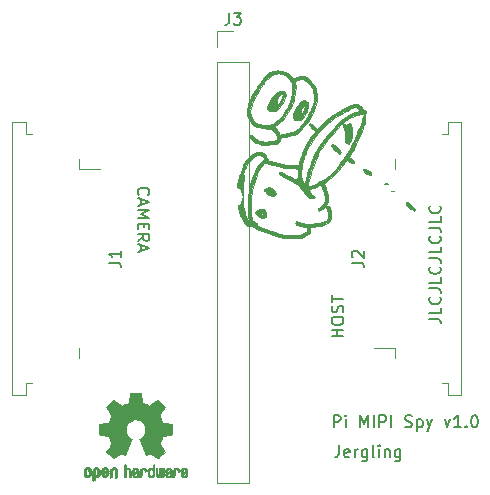
<source format=gto>
G04 #@! TF.GenerationSoftware,KiCad,Pcbnew,(5.1.10)-1*
G04 #@! TF.CreationDate,2022-01-06T14:13:47-06:00*
G04 #@! TF.ProjectId,MIPI_SPY,4d495049-5f53-4505-992e-6b696361645f,rev?*
G04 #@! TF.SameCoordinates,Original*
G04 #@! TF.FileFunction,Legend,Top*
G04 #@! TF.FilePolarity,Positive*
%FSLAX46Y46*%
G04 Gerber Fmt 4.6, Leading zero omitted, Abs format (unit mm)*
G04 Created by KiCad (PCBNEW (5.1.10)-1) date 2022-01-06 14:13:47*
%MOMM*%
%LPD*%
G01*
G04 APERTURE LIST*
%ADD10C,0.150000*%
%ADD11C,0.010000*%
%ADD12C,0.120000*%
%ADD13R,3.600000X2.680000*%
%ADD14R,2.000000X0.610000*%
%ADD15R,1.700000X1.700000*%
%ADD16O,1.700000X1.700000*%
G04 APERTURE END LIST*
D10*
X82637619Y-64857380D02*
X82637619Y-65571666D01*
X82590000Y-65714523D01*
X82494761Y-65809761D01*
X82351904Y-65857380D01*
X82256666Y-65857380D01*
X83494761Y-65809761D02*
X83399523Y-65857380D01*
X83209047Y-65857380D01*
X83113809Y-65809761D01*
X83066190Y-65714523D01*
X83066190Y-65333571D01*
X83113809Y-65238333D01*
X83209047Y-65190714D01*
X83399523Y-65190714D01*
X83494761Y-65238333D01*
X83542380Y-65333571D01*
X83542380Y-65428809D01*
X83066190Y-65524047D01*
X83970952Y-65857380D02*
X83970952Y-65190714D01*
X83970952Y-65381190D02*
X84018571Y-65285952D01*
X84066190Y-65238333D01*
X84161428Y-65190714D01*
X84256666Y-65190714D01*
X85018571Y-65190714D02*
X85018571Y-66000238D01*
X84970952Y-66095476D01*
X84923333Y-66143095D01*
X84828095Y-66190714D01*
X84685238Y-66190714D01*
X84590000Y-66143095D01*
X85018571Y-65809761D02*
X84923333Y-65857380D01*
X84732857Y-65857380D01*
X84637619Y-65809761D01*
X84590000Y-65762142D01*
X84542380Y-65666904D01*
X84542380Y-65381190D01*
X84590000Y-65285952D01*
X84637619Y-65238333D01*
X84732857Y-65190714D01*
X84923333Y-65190714D01*
X85018571Y-65238333D01*
X85637619Y-65857380D02*
X85542380Y-65809761D01*
X85494761Y-65714523D01*
X85494761Y-64857380D01*
X86018571Y-65857380D02*
X86018571Y-65190714D01*
X86018571Y-64857380D02*
X85970952Y-64905000D01*
X86018571Y-64952619D01*
X86066190Y-64905000D01*
X86018571Y-64857380D01*
X86018571Y-64952619D01*
X86494761Y-65190714D02*
X86494761Y-65857380D01*
X86494761Y-65285952D02*
X86542380Y-65238333D01*
X86637619Y-65190714D01*
X86780476Y-65190714D01*
X86875714Y-65238333D01*
X86923333Y-65333571D01*
X86923333Y-65857380D01*
X87828095Y-65190714D02*
X87828095Y-66000238D01*
X87780476Y-66095476D01*
X87732857Y-66143095D01*
X87637619Y-66190714D01*
X87494761Y-66190714D01*
X87399523Y-66143095D01*
X87828095Y-65809761D02*
X87732857Y-65857380D01*
X87542380Y-65857380D01*
X87447142Y-65809761D01*
X87399523Y-65762142D01*
X87351904Y-65666904D01*
X87351904Y-65381190D01*
X87399523Y-65285952D01*
X87447142Y-65238333D01*
X87542380Y-65190714D01*
X87732857Y-65190714D01*
X87828095Y-65238333D01*
X82193571Y-63317380D02*
X82193571Y-62317380D01*
X82574523Y-62317380D01*
X82669761Y-62365000D01*
X82717380Y-62412619D01*
X82765000Y-62507857D01*
X82765000Y-62650714D01*
X82717380Y-62745952D01*
X82669761Y-62793571D01*
X82574523Y-62841190D01*
X82193571Y-62841190D01*
X83193571Y-63317380D02*
X83193571Y-62650714D01*
X83193571Y-62317380D02*
X83145952Y-62365000D01*
X83193571Y-62412619D01*
X83241190Y-62365000D01*
X83193571Y-62317380D01*
X83193571Y-62412619D01*
X84431666Y-63317380D02*
X84431666Y-62317380D01*
X84765000Y-63031666D01*
X85098333Y-62317380D01*
X85098333Y-63317380D01*
X85574523Y-63317380D02*
X85574523Y-62317380D01*
X86050714Y-63317380D02*
X86050714Y-62317380D01*
X86431666Y-62317380D01*
X86526904Y-62365000D01*
X86574523Y-62412619D01*
X86622142Y-62507857D01*
X86622142Y-62650714D01*
X86574523Y-62745952D01*
X86526904Y-62793571D01*
X86431666Y-62841190D01*
X86050714Y-62841190D01*
X87050714Y-63317380D02*
X87050714Y-62317380D01*
X88241190Y-63269761D02*
X88384047Y-63317380D01*
X88622142Y-63317380D01*
X88717380Y-63269761D01*
X88765000Y-63222142D01*
X88812619Y-63126904D01*
X88812619Y-63031666D01*
X88765000Y-62936428D01*
X88717380Y-62888809D01*
X88622142Y-62841190D01*
X88431666Y-62793571D01*
X88336428Y-62745952D01*
X88288809Y-62698333D01*
X88241190Y-62603095D01*
X88241190Y-62507857D01*
X88288809Y-62412619D01*
X88336428Y-62365000D01*
X88431666Y-62317380D01*
X88669761Y-62317380D01*
X88812619Y-62365000D01*
X89241190Y-62650714D02*
X89241190Y-63650714D01*
X89241190Y-62698333D02*
X89336428Y-62650714D01*
X89526904Y-62650714D01*
X89622142Y-62698333D01*
X89669761Y-62745952D01*
X89717380Y-62841190D01*
X89717380Y-63126904D01*
X89669761Y-63222142D01*
X89622142Y-63269761D01*
X89526904Y-63317380D01*
X89336428Y-63317380D01*
X89241190Y-63269761D01*
X90050714Y-62650714D02*
X90288809Y-63317380D01*
X90526904Y-62650714D02*
X90288809Y-63317380D01*
X90193571Y-63555476D01*
X90145952Y-63603095D01*
X90050714Y-63650714D01*
X91574523Y-62650714D02*
X91812619Y-63317380D01*
X92050714Y-62650714D01*
X92955476Y-63317380D02*
X92384047Y-63317380D01*
X92669761Y-63317380D02*
X92669761Y-62317380D01*
X92574523Y-62460238D01*
X92479285Y-62555476D01*
X92384047Y-62603095D01*
X93384047Y-63222142D02*
X93431666Y-63269761D01*
X93384047Y-63317380D01*
X93336428Y-63269761D01*
X93384047Y-63222142D01*
X93384047Y-63317380D01*
X94050714Y-62317380D02*
X94145952Y-62317380D01*
X94241190Y-62365000D01*
X94288809Y-62412619D01*
X94336428Y-62507857D01*
X94384047Y-62698333D01*
X94384047Y-62936428D01*
X94336428Y-63126904D01*
X94288809Y-63222142D01*
X94241190Y-63269761D01*
X94145952Y-63317380D01*
X94050714Y-63317380D01*
X93955476Y-63269761D01*
X93907857Y-63222142D01*
X93860238Y-63126904D01*
X93812619Y-62936428D01*
X93812619Y-62698333D01*
X93860238Y-62507857D01*
X93907857Y-62412619D01*
X93955476Y-62365000D01*
X94050714Y-62317380D01*
X65682857Y-43648571D02*
X65635238Y-43600952D01*
X65587619Y-43458095D01*
X65587619Y-43362857D01*
X65635238Y-43220000D01*
X65730476Y-43124761D01*
X65825714Y-43077142D01*
X66016190Y-43029523D01*
X66159047Y-43029523D01*
X66349523Y-43077142D01*
X66444761Y-43124761D01*
X66540000Y-43220000D01*
X66587619Y-43362857D01*
X66587619Y-43458095D01*
X66540000Y-43600952D01*
X66492380Y-43648571D01*
X65873333Y-44029523D02*
X65873333Y-44505714D01*
X65587619Y-43934285D02*
X66587619Y-44267619D01*
X65587619Y-44600952D01*
X65587619Y-44934285D02*
X66587619Y-44934285D01*
X65873333Y-45267619D01*
X66587619Y-45600952D01*
X65587619Y-45600952D01*
X66111428Y-46077142D02*
X66111428Y-46410476D01*
X65587619Y-46553333D02*
X65587619Y-46077142D01*
X66587619Y-46077142D01*
X66587619Y-46553333D01*
X65587619Y-47553333D02*
X66063809Y-47220000D01*
X65587619Y-46981904D02*
X66587619Y-46981904D01*
X66587619Y-47362857D01*
X66540000Y-47458095D01*
X66492380Y-47505714D01*
X66397142Y-47553333D01*
X66254285Y-47553333D01*
X66159047Y-47505714D01*
X66111428Y-47458095D01*
X66063809Y-47362857D01*
X66063809Y-46981904D01*
X65873333Y-47934285D02*
X65873333Y-48410476D01*
X65587619Y-47839047D02*
X66587619Y-48172380D01*
X65587619Y-48505714D01*
X83002380Y-55641666D02*
X82002380Y-55641666D01*
X82478571Y-55641666D02*
X82478571Y-55070238D01*
X83002380Y-55070238D02*
X82002380Y-55070238D01*
X82002380Y-54403571D02*
X82002380Y-54213095D01*
X82050000Y-54117857D01*
X82145238Y-54022619D01*
X82335714Y-53975000D01*
X82669047Y-53975000D01*
X82859523Y-54022619D01*
X82954761Y-54117857D01*
X83002380Y-54213095D01*
X83002380Y-54403571D01*
X82954761Y-54498809D01*
X82859523Y-54594047D01*
X82669047Y-54641666D01*
X82335714Y-54641666D01*
X82145238Y-54594047D01*
X82050000Y-54498809D01*
X82002380Y-54403571D01*
X82954761Y-53594047D02*
X83002380Y-53451190D01*
X83002380Y-53213095D01*
X82954761Y-53117857D01*
X82907142Y-53070238D01*
X82811904Y-53022619D01*
X82716666Y-53022619D01*
X82621428Y-53070238D01*
X82573809Y-53117857D01*
X82526190Y-53213095D01*
X82478571Y-53403571D01*
X82430952Y-53498809D01*
X82383333Y-53546428D01*
X82288095Y-53594047D01*
X82192857Y-53594047D01*
X82097619Y-53546428D01*
X82050000Y-53498809D01*
X82002380Y-53403571D01*
X82002380Y-53165476D01*
X82050000Y-53022619D01*
X82002380Y-52736904D02*
X82002380Y-52165476D01*
X83002380Y-52451190D02*
X82002380Y-52451190D01*
X90257380Y-54149047D02*
X90971666Y-54149047D01*
X91114523Y-54196666D01*
X91209761Y-54291904D01*
X91257380Y-54434761D01*
X91257380Y-54530000D01*
X91257380Y-53196666D02*
X91257380Y-53672857D01*
X90257380Y-53672857D01*
X91162142Y-52291904D02*
X91209761Y-52339523D01*
X91257380Y-52482380D01*
X91257380Y-52577619D01*
X91209761Y-52720476D01*
X91114523Y-52815714D01*
X91019285Y-52863333D01*
X90828809Y-52910952D01*
X90685952Y-52910952D01*
X90495476Y-52863333D01*
X90400238Y-52815714D01*
X90305000Y-52720476D01*
X90257380Y-52577619D01*
X90257380Y-52482380D01*
X90305000Y-52339523D01*
X90352619Y-52291904D01*
X90257380Y-51577619D02*
X90971666Y-51577619D01*
X91114523Y-51625238D01*
X91209761Y-51720476D01*
X91257380Y-51863333D01*
X91257380Y-51958571D01*
X91257380Y-50625238D02*
X91257380Y-51101428D01*
X90257380Y-51101428D01*
X91162142Y-49720476D02*
X91209761Y-49768095D01*
X91257380Y-49910952D01*
X91257380Y-50006190D01*
X91209761Y-50149047D01*
X91114523Y-50244285D01*
X91019285Y-50291904D01*
X90828809Y-50339523D01*
X90685952Y-50339523D01*
X90495476Y-50291904D01*
X90400238Y-50244285D01*
X90305000Y-50149047D01*
X90257380Y-50006190D01*
X90257380Y-49910952D01*
X90305000Y-49768095D01*
X90352619Y-49720476D01*
X90257380Y-49006190D02*
X90971666Y-49006190D01*
X91114523Y-49053809D01*
X91209761Y-49149047D01*
X91257380Y-49291904D01*
X91257380Y-49387142D01*
X91257380Y-48053809D02*
X91257380Y-48530000D01*
X90257380Y-48530000D01*
X91162142Y-47149047D02*
X91209761Y-47196666D01*
X91257380Y-47339523D01*
X91257380Y-47434761D01*
X91209761Y-47577619D01*
X91114523Y-47672857D01*
X91019285Y-47720476D01*
X90828809Y-47768095D01*
X90685952Y-47768095D01*
X90495476Y-47720476D01*
X90400238Y-47672857D01*
X90305000Y-47577619D01*
X90257380Y-47434761D01*
X90257380Y-47339523D01*
X90305000Y-47196666D01*
X90352619Y-47149047D01*
X90257380Y-46434761D02*
X90971666Y-46434761D01*
X91114523Y-46482380D01*
X91209761Y-46577619D01*
X91257380Y-46720476D01*
X91257380Y-46815714D01*
X91257380Y-45482380D02*
X91257380Y-45958571D01*
X90257380Y-45958571D01*
X91162142Y-44577619D02*
X91209761Y-44625238D01*
X91257380Y-44768095D01*
X91257380Y-44863333D01*
X91209761Y-45006190D01*
X91114523Y-45101428D01*
X91019285Y-45149047D01*
X90828809Y-45196666D01*
X90685952Y-45196666D01*
X90495476Y-45149047D01*
X90400238Y-45101428D01*
X90305000Y-45006190D01*
X90257380Y-44863333D01*
X90257380Y-44768095D01*
X90305000Y-44625238D01*
X90352619Y-44577619D01*
D11*
G36*
X84155733Y-35929350D02*
G01*
X84214525Y-35948238D01*
X84266663Y-35986381D01*
X84346886Y-36056385D01*
X84439327Y-36144283D01*
X84455032Y-36159916D01*
X84565692Y-36266912D01*
X84683834Y-36375013D01*
X84781890Y-36459152D01*
X84880520Y-36551298D01*
X84926326Y-36626678D01*
X84931250Y-36658270D01*
X84923224Y-36706292D01*
X84892970Y-36742647D01*
X84831225Y-36770909D01*
X84728724Y-36794649D01*
X84576203Y-36817440D01*
X84490835Y-36828091D01*
X84120198Y-36903976D01*
X83756300Y-37040134D01*
X83494205Y-37179304D01*
X83391893Y-37239555D01*
X83311265Y-37284327D01*
X83266987Y-37305543D01*
X83263702Y-37306250D01*
X83218560Y-37327049D01*
X83141078Y-37382375D01*
X83043584Y-37461618D01*
X82938402Y-37554166D01*
X82837861Y-37649412D01*
X82754284Y-37736744D01*
X82728467Y-37766960D01*
X82575047Y-37949798D01*
X82392400Y-38158700D01*
X82196809Y-38375446D01*
X82004560Y-38581819D01*
X81936322Y-38653158D01*
X81794808Y-38807446D01*
X81653027Y-38978505D01*
X81505818Y-39173604D01*
X81348022Y-39400010D01*
X81174477Y-39664992D01*
X80980023Y-39975817D01*
X80875050Y-40147875D01*
X80816781Y-40259627D01*
X80745137Y-40421754D01*
X80663436Y-40624445D01*
X80574998Y-40857894D01*
X80483141Y-41112290D01*
X80391186Y-41377826D01*
X80302451Y-41644693D01*
X80220255Y-41903083D01*
X80147917Y-42143186D01*
X80088756Y-42355195D01*
X80046091Y-42529300D01*
X80023242Y-42655694D01*
X80021769Y-42669500D01*
X79999959Y-42904170D01*
X80171667Y-42885563D01*
X80262210Y-42868632D01*
X80369362Y-42833544D01*
X80503681Y-42775981D01*
X80675726Y-42691622D01*
X80787875Y-42633491D01*
X81026208Y-42506160D01*
X81237819Y-42387003D01*
X81428176Y-42270806D01*
X81602746Y-42152358D01*
X81766997Y-42026444D01*
X81926397Y-41887851D01*
X82086414Y-41731366D01*
X82252516Y-41551775D01*
X82430171Y-41343867D01*
X82624846Y-41102427D01*
X82842009Y-40822242D01*
X83087129Y-40498099D01*
X83234950Y-40300392D01*
X83414390Y-40046310D01*
X83559459Y-39807583D01*
X83684629Y-39558991D01*
X83759821Y-39385875D01*
X83870922Y-39117427D01*
X83963585Y-38894321D01*
X84043468Y-38703149D01*
X84116229Y-38530501D01*
X84187525Y-38362968D01*
X84263014Y-38187142D01*
X84348354Y-37989613D01*
X84371161Y-37936955D01*
X84458295Y-37733447D01*
X84522176Y-37577128D01*
X84566224Y-37457560D01*
X84593860Y-37364305D01*
X84608504Y-37286926D01*
X84613576Y-37214984D01*
X84613750Y-37196680D01*
X84624538Y-37040543D01*
X84657674Y-36941508D01*
X84714311Y-36896816D01*
X84740750Y-36893500D01*
X84803830Y-36914826D01*
X84843757Y-36982024D01*
X84861984Y-37099921D01*
X84859961Y-37273345D01*
X84859122Y-37287311D01*
X84854284Y-37362240D01*
X84848304Y-37426487D01*
X84838425Y-37487913D01*
X84821894Y-37554378D01*
X84795953Y-37633744D01*
X84757850Y-37733873D01*
X84704827Y-37862625D01*
X84634131Y-38027861D01*
X84543006Y-38237443D01*
X84457452Y-38433375D01*
X84382173Y-38606646D01*
X84304270Y-38787464D01*
X84233521Y-38953048D01*
X84184820Y-39068375D01*
X84079859Y-39318460D01*
X83994222Y-39519387D01*
X83923102Y-39680732D01*
X83861693Y-39812074D01*
X83805190Y-39922989D01*
X83748787Y-40023056D01*
X83687677Y-40121853D01*
X83617054Y-40228956D01*
X83560875Y-40311815D01*
X83494041Y-40421521D01*
X83471691Y-40488943D01*
X83494186Y-40512957D01*
X83496186Y-40513000D01*
X83533405Y-40529194D01*
X83608240Y-40571954D01*
X83705527Y-40632543D01*
X83720364Y-40642139D01*
X83827441Y-40716302D01*
X83887329Y-40771462D01*
X83909417Y-40817452D01*
X83909240Y-40839937D01*
X83873800Y-40914630D01*
X83798599Y-40944578D01*
X83688403Y-40930310D01*
X83547975Y-40872358D01*
X83399530Y-40783190D01*
X83280686Y-40702852D01*
X83129655Y-40899904D01*
X82830988Y-41278726D01*
X82555043Y-41605334D01*
X82296995Y-41884727D01*
X82052021Y-42121906D01*
X81815298Y-42321871D01*
X81621257Y-42463413D01*
X81506989Y-42543565D01*
X81415537Y-42612835D01*
X81357907Y-42662565D01*
X81343500Y-42681915D01*
X81358972Y-42726339D01*
X81397358Y-42798761D01*
X81409466Y-42818865D01*
X81449854Y-42897931D01*
X81500466Y-43016396D01*
X81552463Y-43153090D01*
X81570134Y-43203613D01*
X81616517Y-43352657D01*
X81647802Y-43490957D01*
X81668002Y-43642009D01*
X81681128Y-43829314D01*
X81682814Y-43863682D01*
X81689769Y-44026838D01*
X81691272Y-44142126D01*
X81685422Y-44225076D01*
X81670320Y-44291219D01*
X81644064Y-44356087D01*
X81615467Y-44414121D01*
X81569824Y-44506780D01*
X81552241Y-44554709D01*
X81561090Y-44569313D01*
X81594371Y-44562117D01*
X81687808Y-44562514D01*
X81775073Y-44625347D01*
X81856672Y-44751014D01*
X81869695Y-44777962D01*
X81904316Y-44860380D01*
X81926764Y-44940652D01*
X81939573Y-45036052D01*
X81945282Y-45163851D01*
X81946439Y-45300577D01*
X81944544Y-45470384D01*
X81937199Y-45592052D01*
X81922433Y-45680847D01*
X81898274Y-45752035D01*
X81884345Y-45781353D01*
X81771672Y-45941196D01*
X81610438Y-46071651D01*
X81398022Y-46174032D01*
X81131803Y-46249650D01*
X80861151Y-46293877D01*
X80705237Y-46312701D01*
X80549648Y-46331404D01*
X80421462Y-46346733D01*
X80391000Y-46350354D01*
X80216375Y-46371057D01*
X80206933Y-46587618D01*
X80199505Y-46705453D01*
X80183252Y-46783717D01*
X80148178Y-46846331D01*
X80084287Y-46917212D01*
X80058227Y-46943443D01*
X79873129Y-47088904D01*
X79644479Y-47204451D01*
X79387920Y-47283157D01*
X79232125Y-47309240D01*
X79059535Y-47323600D01*
X78853330Y-47331963D01*
X78632155Y-47334417D01*
X78414656Y-47331049D01*
X78219478Y-47321947D01*
X78065266Y-47307197D01*
X78041500Y-47303661D01*
X77859139Y-47269677D01*
X77672632Y-47227142D01*
X77502531Y-47181266D01*
X77369388Y-47137259D01*
X77343000Y-47126612D01*
X77264527Y-47097551D01*
X77144185Y-47058159D01*
X77001413Y-47014651D01*
X76914375Y-46989527D01*
X76657607Y-46911378D01*
X76395429Y-46821326D01*
X76139475Y-46724169D01*
X75901380Y-46624712D01*
X75692776Y-46527753D01*
X75525297Y-46438096D01*
X75433343Y-46378287D01*
X75358684Y-46339398D01*
X75255451Y-46318363D01*
X75131323Y-46311475D01*
X74979576Y-46300802D01*
X74859736Y-46269572D01*
X74760321Y-46209253D01*
X74669848Y-46111313D01*
X74576833Y-45967219D01*
X74513711Y-45852583D01*
X74406052Y-45648910D01*
X74324561Y-45491911D01*
X74265150Y-45372436D01*
X74223731Y-45281331D01*
X74196213Y-45209444D01*
X74178510Y-45147622D01*
X74166532Y-45086713D01*
X74163732Y-45069125D01*
X74145785Y-44965303D01*
X74118804Y-44823960D01*
X74087521Y-44669563D01*
X74074675Y-44608750D01*
X74052694Y-44496615D01*
X74036197Y-44385600D01*
X74024455Y-44264034D01*
X74016742Y-44120247D01*
X74012328Y-43942570D01*
X74010487Y-43719334D01*
X74010305Y-43576875D01*
X74010489Y-43539682D01*
X74489559Y-43539682D01*
X74490618Y-43808371D01*
X74496664Y-44071023D01*
X74507440Y-44315889D01*
X74522690Y-44531221D01*
X74542156Y-44705270D01*
X74562613Y-44815125D01*
X74641070Y-45113759D01*
X74711424Y-45356522D01*
X74776167Y-45550150D01*
X74837792Y-45701382D01*
X74898791Y-45816955D01*
X74961657Y-45903607D01*
X74967897Y-45910668D01*
X75035217Y-45979082D01*
X75072398Y-46003167D01*
X75075259Y-45981340D01*
X75058471Y-45944999D01*
X75036688Y-45887640D01*
X75006302Y-45786371D01*
X74972577Y-45659249D01*
X74958968Y-45603687D01*
X74938124Y-45512121D01*
X74922487Y-45428217D01*
X74911617Y-45341720D01*
X74905075Y-45242377D01*
X74902421Y-45119933D01*
X74903216Y-44964136D01*
X74904190Y-44913045D01*
X75157643Y-44913045D01*
X75157760Y-45054292D01*
X75162074Y-45166540D01*
X75171127Y-45261274D01*
X75185459Y-45349976D01*
X75205614Y-45444130D01*
X75214224Y-45480835D01*
X75255887Y-45640324D01*
X75298238Y-45752930D01*
X75351535Y-45834544D01*
X75426036Y-45901059D01*
X75527016Y-45965454D01*
X75610955Y-46021100D01*
X75649139Y-46068817D01*
X75654426Y-46125103D01*
X75654055Y-46128456D01*
X75655995Y-46178657D01*
X75683837Y-46219530D01*
X75749885Y-46263923D01*
X75819000Y-46300685D01*
X76114361Y-46439110D01*
X76435612Y-46567866D01*
X76754658Y-46676302D01*
X76966197Y-46735558D01*
X77110162Y-46774367D01*
X77249982Y-46816871D01*
X77359319Y-46854973D01*
X77374750Y-46861161D01*
X77654341Y-46954544D01*
X77976596Y-47023820D01*
X78324723Y-47067191D01*
X78681934Y-47082857D01*
X79031440Y-47069023D01*
X79173453Y-47053780D01*
X79349064Y-47016919D01*
X79532598Y-46955022D01*
X79702767Y-46876965D01*
X79838281Y-46791627D01*
X79873297Y-46761950D01*
X79923129Y-46695986D01*
X79944140Y-46607189D01*
X79946500Y-46543362D01*
X79943928Y-46460949D01*
X79928206Y-46407932D01*
X79887320Y-46375833D01*
X79809256Y-46356173D01*
X79682000Y-46340477D01*
X79654956Y-46337629D01*
X79465042Y-46309390D01*
X79288517Y-46267796D01*
X79138269Y-46217105D01*
X79027187Y-46161576D01*
X78972005Y-46111991D01*
X78940783Y-46024964D01*
X78954928Y-45949364D01*
X79002327Y-45898111D01*
X79070865Y-45884126D01*
X79148428Y-45920329D01*
X79150249Y-45921879D01*
X79246362Y-45976920D01*
X79391345Y-46025485D01*
X79570704Y-46065283D01*
X79769949Y-46094027D01*
X79974586Y-46109428D01*
X80170123Y-46109197D01*
X80279875Y-46100266D01*
X80446288Y-46080291D01*
X80633866Y-46057816D01*
X80794121Y-46038649D01*
X80970708Y-46010159D01*
X81152007Y-45968382D01*
X81318771Y-45918726D01*
X81451753Y-45866597D01*
X81501963Y-45839810D01*
X81599098Y-45741933D01*
X81662306Y-45591679D01*
X81690972Y-45390734D01*
X81692750Y-45316618D01*
X81689156Y-45175109D01*
X81674116Y-45068390D01*
X81641241Y-44967952D01*
X81589562Y-44856210D01*
X81486375Y-44647663D01*
X81349463Y-44769209D01*
X81230569Y-44859625D01*
X81106697Y-44928827D01*
X80992628Y-44970655D01*
X80903139Y-44978951D01*
X80871769Y-44968313D01*
X80814969Y-44904794D01*
X80815038Y-44831423D01*
X80870168Y-44762627D01*
X80899944Y-44743492D01*
X81094457Y-44620915D01*
X81238930Y-44491677D01*
X81344685Y-44347266D01*
X81391458Y-44263955D01*
X81419447Y-44195987D01*
X81432323Y-44123394D01*
X81433758Y-44026209D01*
X81427943Y-43894375D01*
X81417802Y-43756203D01*
X81403677Y-43634180D01*
X81388058Y-43548213D01*
X81382291Y-43529250D01*
X81352366Y-43446235D01*
X81317752Y-43342914D01*
X81311332Y-43322875D01*
X81277083Y-43226796D01*
X81231433Y-43114137D01*
X81181261Y-42999963D01*
X81133449Y-42899341D01*
X81094874Y-42827337D01*
X81072417Y-42799017D01*
X81072125Y-42799000D01*
X81038165Y-42812604D01*
X80960118Y-42849460D01*
X80850290Y-42903626D01*
X80744805Y-42956970D01*
X80546667Y-43050513D01*
X80379795Y-43110876D01*
X80225922Y-43144613D01*
X80219419Y-43145553D01*
X80109177Y-43162896D01*
X80026344Y-43179168D01*
X79988526Y-43190902D01*
X79988343Y-43191072D01*
X80002407Y-43213519D01*
X80056949Y-43247227D01*
X80059609Y-43248551D01*
X80138253Y-43317718D01*
X80197891Y-43425867D01*
X80263815Y-43559939D01*
X80345431Y-43646339D01*
X80457836Y-43700894D01*
X80461357Y-43702047D01*
X80547060Y-43748983D01*
X80578609Y-43807854D01*
X80560837Y-43867093D01*
X80498582Y-43915131D01*
X80396679Y-43940402D01*
X80361119Y-43941822D01*
X80233538Y-43932816D01*
X80119544Y-43902167D01*
X80011323Y-43843784D01*
X79901063Y-43751575D01*
X79780949Y-43619451D01*
X79643168Y-43441319D01*
X79546781Y-43307000D01*
X79408842Y-43116276D01*
X79371236Y-43068875D01*
X79724250Y-43068875D01*
X79740125Y-43084750D01*
X79756000Y-43068875D01*
X79740125Y-43053000D01*
X79724250Y-43068875D01*
X79371236Y-43068875D01*
X79292959Y-42970210D01*
X79188987Y-42858730D01*
X79086777Y-42771767D01*
X78976182Y-42699248D01*
X78884566Y-42649767D01*
X78758847Y-42584054D01*
X78638461Y-42517867D01*
X78548807Y-42465183D01*
X78546558Y-42463768D01*
X78456283Y-42409497D01*
X78337149Y-42341377D01*
X78227366Y-42280914D01*
X78013328Y-42165541D01*
X77848623Y-42076048D01*
X77726786Y-42008006D01*
X77641353Y-41956984D01*
X77585857Y-41918552D01*
X77553834Y-41888279D01*
X77538817Y-41861736D01*
X77534343Y-41834493D01*
X77533986Y-41805789D01*
X77556708Y-41741560D01*
X77623411Y-41717565D01*
X77729711Y-41732889D01*
X77871229Y-41786612D01*
X78043582Y-41877819D01*
X78129429Y-41930461D01*
X78220090Y-41986173D01*
X78288904Y-42024733D01*
X78318082Y-42037000D01*
X78353686Y-42052160D01*
X78428836Y-42092341D01*
X78528809Y-42149589D01*
X78553204Y-42164000D01*
X78713454Y-42247353D01*
X78843711Y-42285049D01*
X78956684Y-42278433D01*
X79065080Y-42228844D01*
X79079130Y-42219562D01*
X79184066Y-42148125D01*
X79184248Y-41848320D01*
X79438500Y-41848320D01*
X79441006Y-42010691D01*
X79447843Y-42156884D01*
X79457983Y-42271440D01*
X79470401Y-42338901D01*
X79471201Y-42341128D01*
X79507353Y-42411925D01*
X79563262Y-42497380D01*
X79626041Y-42580510D01*
X79682806Y-42644334D01*
X79720670Y-42671870D01*
X79722264Y-42672000D01*
X79739243Y-42643249D01*
X79760589Y-42567744D01*
X79781776Y-42461604D01*
X79782433Y-42457687D01*
X79801375Y-42374879D01*
X79838215Y-42241207D01*
X79890146Y-42065838D01*
X79954361Y-41857937D01*
X80028055Y-41626670D01*
X80108422Y-41381204D01*
X80151060Y-41253547D01*
X80249190Y-40963933D01*
X80331362Y-40727036D01*
X80400677Y-40534999D01*
X80460238Y-40379967D01*
X80513148Y-40254085D01*
X80562509Y-40149496D01*
X80611424Y-40058346D01*
X80646390Y-39999422D01*
X80830887Y-39701738D01*
X80990192Y-39450945D01*
X81130314Y-39238631D01*
X81257261Y-39056382D01*
X81377045Y-38895783D01*
X81495673Y-38748423D01*
X81619157Y-38605886D01*
X81722336Y-38493044D01*
X81836823Y-38369033D01*
X81976580Y-38215887D01*
X82124842Y-38052065D01*
X82264843Y-37896028D01*
X82280125Y-37878892D01*
X82476435Y-37661350D01*
X82643175Y-37484819D01*
X82790783Y-37341003D01*
X82929702Y-37221603D01*
X83070371Y-37118324D01*
X83223230Y-37022866D01*
X83398720Y-36926934D01*
X83607281Y-36822230D01*
X83613625Y-36819127D01*
X83784755Y-36742673D01*
X83963953Y-36674810D01*
X84134531Y-36620890D01*
X84279801Y-36586265D01*
X84371822Y-36576000D01*
X84391741Y-36564417D01*
X84378096Y-36524831D01*
X84327305Y-36449985D01*
X84277797Y-36385500D01*
X84196239Y-36286240D01*
X84136152Y-36228563D01*
X84083027Y-36201731D01*
X84022354Y-36195003D01*
X84020426Y-36195000D01*
X83916355Y-36212736D01*
X83789930Y-36258318D01*
X83668682Y-36320304D01*
X83597750Y-36370639D01*
X83554024Y-36398396D01*
X83464135Y-36448321D01*
X83338935Y-36514626D01*
X83189275Y-36591522D01*
X83089750Y-36641585D01*
X82689364Y-36853261D01*
X82333856Y-37068877D01*
X82005220Y-37301209D01*
X81685451Y-37563032D01*
X81356543Y-37867121D01*
X81340602Y-37882624D01*
X81159517Y-38062424D01*
X81019009Y-38210092D01*
X80911138Y-38334464D01*
X80827966Y-38444380D01*
X80803750Y-38480262D01*
X80758829Y-38544028D01*
X80690726Y-38635430D01*
X80629125Y-38715461D01*
X80397660Y-39037789D01*
X80171954Y-39402871D01*
X80045810Y-39631836D01*
X79954488Y-39809218D01*
X79879147Y-39966621D01*
X79809183Y-40127735D01*
X79733992Y-40316250D01*
X79701128Y-40401875D01*
X79659500Y-40522384D01*
X79617050Y-40664181D01*
X79576963Y-40813874D01*
X79542422Y-40958072D01*
X79516610Y-41083383D01*
X79502712Y-41176417D01*
X79503911Y-41223783D01*
X79505244Y-41225787D01*
X79532583Y-41294841D01*
X79512820Y-41370945D01*
X79486125Y-41402000D01*
X79465519Y-41432158D01*
X79451535Y-41489015D01*
X79443106Y-41582579D01*
X79439163Y-41722856D01*
X79438500Y-41848320D01*
X79184248Y-41848320D01*
X79184283Y-41790937D01*
X79183709Y-41648452D01*
X79181987Y-41532335D01*
X79179393Y-41455419D01*
X79176562Y-41430330D01*
X79143866Y-41427925D01*
X79058067Y-41423369D01*
X78929508Y-41417163D01*
X78768530Y-41409809D01*
X78613000Y-41402991D01*
X78393891Y-41392295D01*
X78221125Y-41379999D01*
X78077549Y-41363761D01*
X77946009Y-41341237D01*
X77809352Y-41310085D01*
X77676375Y-41275076D01*
X77512175Y-41231667D01*
X77353861Y-41192283D01*
X77220407Y-41161503D01*
X77136625Y-41144839D01*
X76971043Y-41111941D01*
X76803270Y-41069177D01*
X76649104Y-41021485D01*
X76524345Y-40973801D01*
X76444792Y-40931061D01*
X76439762Y-40927108D01*
X76388885Y-40924243D01*
X76310821Y-40972225D01*
X76210244Y-41066974D01*
X76091832Y-41204409D01*
X76029431Y-41285144D01*
X75935290Y-41415679D01*
X75855581Y-41539630D01*
X75784926Y-41668545D01*
X75717946Y-41813968D01*
X75649264Y-41987445D01*
X75573502Y-42200523D01*
X75497984Y-42426065D01*
X75408099Y-42713029D01*
X75336244Y-42977657D01*
X75280181Y-43233993D01*
X75237672Y-43496076D01*
X75206480Y-43777950D01*
X75184366Y-44093656D01*
X75169093Y-44457235D01*
X75167830Y-44497625D01*
X75161180Y-44731317D01*
X75157643Y-44913045D01*
X74904190Y-44913045D01*
X74907020Y-44764730D01*
X74912921Y-44529375D01*
X74927719Y-44122910D01*
X74950917Y-43765198D01*
X74985199Y-43441745D01*
X75033252Y-43138061D01*
X75097761Y-42839656D01*
X75181411Y-42532036D01*
X75286890Y-42200713D01*
X75408972Y-41852969D01*
X75571419Y-41497659D01*
X75794418Y-41159951D01*
X76077178Y-40841037D01*
X76086767Y-40831584D01*
X76201330Y-40703215D01*
X76257725Y-40596537D01*
X76255408Y-40506565D01*
X76193836Y-40428316D01*
X76072466Y-40356805D01*
X76033170Y-40339585D01*
X75910285Y-40299028D01*
X75796522Y-40289124D01*
X75681429Y-40313405D01*
X75554551Y-40375405D01*
X75405437Y-40478657D01*
X75250150Y-40604229D01*
X75133464Y-40720789D01*
X75003727Y-40880216D01*
X74871800Y-41066552D01*
X74748545Y-41263840D01*
X74644825Y-41456120D01*
X74594220Y-41567940D01*
X74549116Y-41683488D01*
X74527508Y-41762097D01*
X74526455Y-41824565D01*
X74543015Y-41891688D01*
X74546791Y-41903307D01*
X74560339Y-41949150D01*
X74569495Y-41997624D01*
X74573991Y-42057463D01*
X74573560Y-42137399D01*
X74567933Y-42246163D01*
X74556845Y-42392488D01*
X74540026Y-42585106D01*
X74518876Y-42814875D01*
X74503431Y-43031185D01*
X74493745Y-43276704D01*
X74489559Y-43539682D01*
X74010489Y-43539682D01*
X74011711Y-43293577D01*
X74016336Y-43061864D01*
X74025072Y-42869862D01*
X74038812Y-42705700D01*
X74058450Y-42557504D01*
X74084878Y-42413401D01*
X74104644Y-42322750D01*
X74131250Y-42198929D01*
X74158324Y-42061921D01*
X74165851Y-42021125D01*
X74240281Y-41736724D01*
X74363958Y-41427795D01*
X74532568Y-41103916D01*
X74699772Y-40836217D01*
X74874093Y-40604952D01*
X75069334Y-40405186D01*
X75303639Y-40219098D01*
X75386055Y-40162065D01*
X75493709Y-40093843D01*
X75577788Y-40056044D01*
X75664742Y-40039981D01*
X75767055Y-40036927D01*
X76002627Y-40058269D01*
X76200010Y-40120081D01*
X76354229Y-40219730D01*
X76460307Y-40354580D01*
X76488476Y-40418718D01*
X76540316Y-40560359D01*
X76580076Y-40653062D01*
X76615025Y-40708369D01*
X76652436Y-40737820D01*
X76698939Y-40752818D01*
X76797651Y-40777701D01*
X76866750Y-40798295D01*
X76923372Y-40815377D01*
X77002614Y-40836158D01*
X77115604Y-40863355D01*
X77273469Y-40899689D01*
X77382687Y-40924380D01*
X77466216Y-40943695D01*
X77594090Y-40973870D01*
X77748944Y-41010785D01*
X77913415Y-41050319D01*
X77914500Y-41050581D01*
X78104945Y-41093685D01*
X78269419Y-41122833D01*
X78432350Y-41141029D01*
X78618161Y-41151274D01*
X78765221Y-41155138D01*
X79219067Y-41163875D01*
X79237409Y-41084500D01*
X79288447Y-40878161D01*
X79347970Y-40660697D01*
X79410801Y-40449356D01*
X79471761Y-40261383D01*
X79525673Y-40114024D01*
X79537123Y-40086299D01*
X79835888Y-39466456D01*
X80189909Y-38876054D01*
X80595864Y-38320028D01*
X81050427Y-37803313D01*
X81128315Y-37723742D01*
X81473461Y-37394003D01*
X81811489Y-37110037D01*
X82159987Y-36859117D01*
X82536541Y-36628517D01*
X82931000Y-36419310D01*
X83105138Y-36331072D01*
X83275700Y-36242333D01*
X83427179Y-36161320D01*
X83544065Y-36096258D01*
X83581144Y-36074438D01*
X83727074Y-36002220D01*
X83883095Y-35951652D01*
X84031788Y-35926205D01*
X84155733Y-35929350D01*
G37*
X84155733Y-35929350D02*
X84214525Y-35948238D01*
X84266663Y-35986381D01*
X84346886Y-36056385D01*
X84439327Y-36144283D01*
X84455032Y-36159916D01*
X84565692Y-36266912D01*
X84683834Y-36375013D01*
X84781890Y-36459152D01*
X84880520Y-36551298D01*
X84926326Y-36626678D01*
X84931250Y-36658270D01*
X84923224Y-36706292D01*
X84892970Y-36742647D01*
X84831225Y-36770909D01*
X84728724Y-36794649D01*
X84576203Y-36817440D01*
X84490835Y-36828091D01*
X84120198Y-36903976D01*
X83756300Y-37040134D01*
X83494205Y-37179304D01*
X83391893Y-37239555D01*
X83311265Y-37284327D01*
X83266987Y-37305543D01*
X83263702Y-37306250D01*
X83218560Y-37327049D01*
X83141078Y-37382375D01*
X83043584Y-37461618D01*
X82938402Y-37554166D01*
X82837861Y-37649412D01*
X82754284Y-37736744D01*
X82728467Y-37766960D01*
X82575047Y-37949798D01*
X82392400Y-38158700D01*
X82196809Y-38375446D01*
X82004560Y-38581819D01*
X81936322Y-38653158D01*
X81794808Y-38807446D01*
X81653027Y-38978505D01*
X81505818Y-39173604D01*
X81348022Y-39400010D01*
X81174477Y-39664992D01*
X80980023Y-39975817D01*
X80875050Y-40147875D01*
X80816781Y-40259627D01*
X80745137Y-40421754D01*
X80663436Y-40624445D01*
X80574998Y-40857894D01*
X80483141Y-41112290D01*
X80391186Y-41377826D01*
X80302451Y-41644693D01*
X80220255Y-41903083D01*
X80147917Y-42143186D01*
X80088756Y-42355195D01*
X80046091Y-42529300D01*
X80023242Y-42655694D01*
X80021769Y-42669500D01*
X79999959Y-42904170D01*
X80171667Y-42885563D01*
X80262210Y-42868632D01*
X80369362Y-42833544D01*
X80503681Y-42775981D01*
X80675726Y-42691622D01*
X80787875Y-42633491D01*
X81026208Y-42506160D01*
X81237819Y-42387003D01*
X81428176Y-42270806D01*
X81602746Y-42152358D01*
X81766997Y-42026444D01*
X81926397Y-41887851D01*
X82086414Y-41731366D01*
X82252516Y-41551775D01*
X82430171Y-41343867D01*
X82624846Y-41102427D01*
X82842009Y-40822242D01*
X83087129Y-40498099D01*
X83234950Y-40300392D01*
X83414390Y-40046310D01*
X83559459Y-39807583D01*
X83684629Y-39558991D01*
X83759821Y-39385875D01*
X83870922Y-39117427D01*
X83963585Y-38894321D01*
X84043468Y-38703149D01*
X84116229Y-38530501D01*
X84187525Y-38362968D01*
X84263014Y-38187142D01*
X84348354Y-37989613D01*
X84371161Y-37936955D01*
X84458295Y-37733447D01*
X84522176Y-37577128D01*
X84566224Y-37457560D01*
X84593860Y-37364305D01*
X84608504Y-37286926D01*
X84613576Y-37214984D01*
X84613750Y-37196680D01*
X84624538Y-37040543D01*
X84657674Y-36941508D01*
X84714311Y-36896816D01*
X84740750Y-36893500D01*
X84803830Y-36914826D01*
X84843757Y-36982024D01*
X84861984Y-37099921D01*
X84859961Y-37273345D01*
X84859122Y-37287311D01*
X84854284Y-37362240D01*
X84848304Y-37426487D01*
X84838425Y-37487913D01*
X84821894Y-37554378D01*
X84795953Y-37633744D01*
X84757850Y-37733873D01*
X84704827Y-37862625D01*
X84634131Y-38027861D01*
X84543006Y-38237443D01*
X84457452Y-38433375D01*
X84382173Y-38606646D01*
X84304270Y-38787464D01*
X84233521Y-38953048D01*
X84184820Y-39068375D01*
X84079859Y-39318460D01*
X83994222Y-39519387D01*
X83923102Y-39680732D01*
X83861693Y-39812074D01*
X83805190Y-39922989D01*
X83748787Y-40023056D01*
X83687677Y-40121853D01*
X83617054Y-40228956D01*
X83560875Y-40311815D01*
X83494041Y-40421521D01*
X83471691Y-40488943D01*
X83494186Y-40512957D01*
X83496186Y-40513000D01*
X83533405Y-40529194D01*
X83608240Y-40571954D01*
X83705527Y-40632543D01*
X83720364Y-40642139D01*
X83827441Y-40716302D01*
X83887329Y-40771462D01*
X83909417Y-40817452D01*
X83909240Y-40839937D01*
X83873800Y-40914630D01*
X83798599Y-40944578D01*
X83688403Y-40930310D01*
X83547975Y-40872358D01*
X83399530Y-40783190D01*
X83280686Y-40702852D01*
X83129655Y-40899904D01*
X82830988Y-41278726D01*
X82555043Y-41605334D01*
X82296995Y-41884727D01*
X82052021Y-42121906D01*
X81815298Y-42321871D01*
X81621257Y-42463413D01*
X81506989Y-42543565D01*
X81415537Y-42612835D01*
X81357907Y-42662565D01*
X81343500Y-42681915D01*
X81358972Y-42726339D01*
X81397358Y-42798761D01*
X81409466Y-42818865D01*
X81449854Y-42897931D01*
X81500466Y-43016396D01*
X81552463Y-43153090D01*
X81570134Y-43203613D01*
X81616517Y-43352657D01*
X81647802Y-43490957D01*
X81668002Y-43642009D01*
X81681128Y-43829314D01*
X81682814Y-43863682D01*
X81689769Y-44026838D01*
X81691272Y-44142126D01*
X81685422Y-44225076D01*
X81670320Y-44291219D01*
X81644064Y-44356087D01*
X81615467Y-44414121D01*
X81569824Y-44506780D01*
X81552241Y-44554709D01*
X81561090Y-44569313D01*
X81594371Y-44562117D01*
X81687808Y-44562514D01*
X81775073Y-44625347D01*
X81856672Y-44751014D01*
X81869695Y-44777962D01*
X81904316Y-44860380D01*
X81926764Y-44940652D01*
X81939573Y-45036052D01*
X81945282Y-45163851D01*
X81946439Y-45300577D01*
X81944544Y-45470384D01*
X81937199Y-45592052D01*
X81922433Y-45680847D01*
X81898274Y-45752035D01*
X81884345Y-45781353D01*
X81771672Y-45941196D01*
X81610438Y-46071651D01*
X81398022Y-46174032D01*
X81131803Y-46249650D01*
X80861151Y-46293877D01*
X80705237Y-46312701D01*
X80549648Y-46331404D01*
X80421462Y-46346733D01*
X80391000Y-46350354D01*
X80216375Y-46371057D01*
X80206933Y-46587618D01*
X80199505Y-46705453D01*
X80183252Y-46783717D01*
X80148178Y-46846331D01*
X80084287Y-46917212D01*
X80058227Y-46943443D01*
X79873129Y-47088904D01*
X79644479Y-47204451D01*
X79387920Y-47283157D01*
X79232125Y-47309240D01*
X79059535Y-47323600D01*
X78853330Y-47331963D01*
X78632155Y-47334417D01*
X78414656Y-47331049D01*
X78219478Y-47321947D01*
X78065266Y-47307197D01*
X78041500Y-47303661D01*
X77859139Y-47269677D01*
X77672632Y-47227142D01*
X77502531Y-47181266D01*
X77369388Y-47137259D01*
X77343000Y-47126612D01*
X77264527Y-47097551D01*
X77144185Y-47058159D01*
X77001413Y-47014651D01*
X76914375Y-46989527D01*
X76657607Y-46911378D01*
X76395429Y-46821326D01*
X76139475Y-46724169D01*
X75901380Y-46624712D01*
X75692776Y-46527753D01*
X75525297Y-46438096D01*
X75433343Y-46378287D01*
X75358684Y-46339398D01*
X75255451Y-46318363D01*
X75131323Y-46311475D01*
X74979576Y-46300802D01*
X74859736Y-46269572D01*
X74760321Y-46209253D01*
X74669848Y-46111313D01*
X74576833Y-45967219D01*
X74513711Y-45852583D01*
X74406052Y-45648910D01*
X74324561Y-45491911D01*
X74265150Y-45372436D01*
X74223731Y-45281331D01*
X74196213Y-45209444D01*
X74178510Y-45147622D01*
X74166532Y-45086713D01*
X74163732Y-45069125D01*
X74145785Y-44965303D01*
X74118804Y-44823960D01*
X74087521Y-44669563D01*
X74074675Y-44608750D01*
X74052694Y-44496615D01*
X74036197Y-44385600D01*
X74024455Y-44264034D01*
X74016742Y-44120247D01*
X74012328Y-43942570D01*
X74010487Y-43719334D01*
X74010305Y-43576875D01*
X74010489Y-43539682D01*
X74489559Y-43539682D01*
X74490618Y-43808371D01*
X74496664Y-44071023D01*
X74507440Y-44315889D01*
X74522690Y-44531221D01*
X74542156Y-44705270D01*
X74562613Y-44815125D01*
X74641070Y-45113759D01*
X74711424Y-45356522D01*
X74776167Y-45550150D01*
X74837792Y-45701382D01*
X74898791Y-45816955D01*
X74961657Y-45903607D01*
X74967897Y-45910668D01*
X75035217Y-45979082D01*
X75072398Y-46003167D01*
X75075259Y-45981340D01*
X75058471Y-45944999D01*
X75036688Y-45887640D01*
X75006302Y-45786371D01*
X74972577Y-45659249D01*
X74958968Y-45603687D01*
X74938124Y-45512121D01*
X74922487Y-45428217D01*
X74911617Y-45341720D01*
X74905075Y-45242377D01*
X74902421Y-45119933D01*
X74903216Y-44964136D01*
X74904190Y-44913045D01*
X75157643Y-44913045D01*
X75157760Y-45054292D01*
X75162074Y-45166540D01*
X75171127Y-45261274D01*
X75185459Y-45349976D01*
X75205614Y-45444130D01*
X75214224Y-45480835D01*
X75255887Y-45640324D01*
X75298238Y-45752930D01*
X75351535Y-45834544D01*
X75426036Y-45901059D01*
X75527016Y-45965454D01*
X75610955Y-46021100D01*
X75649139Y-46068817D01*
X75654426Y-46125103D01*
X75654055Y-46128456D01*
X75655995Y-46178657D01*
X75683837Y-46219530D01*
X75749885Y-46263923D01*
X75819000Y-46300685D01*
X76114361Y-46439110D01*
X76435612Y-46567866D01*
X76754658Y-46676302D01*
X76966197Y-46735558D01*
X77110162Y-46774367D01*
X77249982Y-46816871D01*
X77359319Y-46854973D01*
X77374750Y-46861161D01*
X77654341Y-46954544D01*
X77976596Y-47023820D01*
X78324723Y-47067191D01*
X78681934Y-47082857D01*
X79031440Y-47069023D01*
X79173453Y-47053780D01*
X79349064Y-47016919D01*
X79532598Y-46955022D01*
X79702767Y-46876965D01*
X79838281Y-46791627D01*
X79873297Y-46761950D01*
X79923129Y-46695986D01*
X79944140Y-46607189D01*
X79946500Y-46543362D01*
X79943928Y-46460949D01*
X79928206Y-46407932D01*
X79887320Y-46375833D01*
X79809256Y-46356173D01*
X79682000Y-46340477D01*
X79654956Y-46337629D01*
X79465042Y-46309390D01*
X79288517Y-46267796D01*
X79138269Y-46217105D01*
X79027187Y-46161576D01*
X78972005Y-46111991D01*
X78940783Y-46024964D01*
X78954928Y-45949364D01*
X79002327Y-45898111D01*
X79070865Y-45884126D01*
X79148428Y-45920329D01*
X79150249Y-45921879D01*
X79246362Y-45976920D01*
X79391345Y-46025485D01*
X79570704Y-46065283D01*
X79769949Y-46094027D01*
X79974586Y-46109428D01*
X80170123Y-46109197D01*
X80279875Y-46100266D01*
X80446288Y-46080291D01*
X80633866Y-46057816D01*
X80794121Y-46038649D01*
X80970708Y-46010159D01*
X81152007Y-45968382D01*
X81318771Y-45918726D01*
X81451753Y-45866597D01*
X81501963Y-45839810D01*
X81599098Y-45741933D01*
X81662306Y-45591679D01*
X81690972Y-45390734D01*
X81692750Y-45316618D01*
X81689156Y-45175109D01*
X81674116Y-45068390D01*
X81641241Y-44967952D01*
X81589562Y-44856210D01*
X81486375Y-44647663D01*
X81349463Y-44769209D01*
X81230569Y-44859625D01*
X81106697Y-44928827D01*
X80992628Y-44970655D01*
X80903139Y-44978951D01*
X80871769Y-44968313D01*
X80814969Y-44904794D01*
X80815038Y-44831423D01*
X80870168Y-44762627D01*
X80899944Y-44743492D01*
X81094457Y-44620915D01*
X81238930Y-44491677D01*
X81344685Y-44347266D01*
X81391458Y-44263955D01*
X81419447Y-44195987D01*
X81432323Y-44123394D01*
X81433758Y-44026209D01*
X81427943Y-43894375D01*
X81417802Y-43756203D01*
X81403677Y-43634180D01*
X81388058Y-43548213D01*
X81382291Y-43529250D01*
X81352366Y-43446235D01*
X81317752Y-43342914D01*
X81311332Y-43322875D01*
X81277083Y-43226796D01*
X81231433Y-43114137D01*
X81181261Y-42999963D01*
X81133449Y-42899341D01*
X81094874Y-42827337D01*
X81072417Y-42799017D01*
X81072125Y-42799000D01*
X81038165Y-42812604D01*
X80960118Y-42849460D01*
X80850290Y-42903626D01*
X80744805Y-42956970D01*
X80546667Y-43050513D01*
X80379795Y-43110876D01*
X80225922Y-43144613D01*
X80219419Y-43145553D01*
X80109177Y-43162896D01*
X80026344Y-43179168D01*
X79988526Y-43190902D01*
X79988343Y-43191072D01*
X80002407Y-43213519D01*
X80056949Y-43247227D01*
X80059609Y-43248551D01*
X80138253Y-43317718D01*
X80197891Y-43425867D01*
X80263815Y-43559939D01*
X80345431Y-43646339D01*
X80457836Y-43700894D01*
X80461357Y-43702047D01*
X80547060Y-43748983D01*
X80578609Y-43807854D01*
X80560837Y-43867093D01*
X80498582Y-43915131D01*
X80396679Y-43940402D01*
X80361119Y-43941822D01*
X80233538Y-43932816D01*
X80119544Y-43902167D01*
X80011323Y-43843784D01*
X79901063Y-43751575D01*
X79780949Y-43619451D01*
X79643168Y-43441319D01*
X79546781Y-43307000D01*
X79408842Y-43116276D01*
X79371236Y-43068875D01*
X79724250Y-43068875D01*
X79740125Y-43084750D01*
X79756000Y-43068875D01*
X79740125Y-43053000D01*
X79724250Y-43068875D01*
X79371236Y-43068875D01*
X79292959Y-42970210D01*
X79188987Y-42858730D01*
X79086777Y-42771767D01*
X78976182Y-42699248D01*
X78884566Y-42649767D01*
X78758847Y-42584054D01*
X78638461Y-42517867D01*
X78548807Y-42465183D01*
X78546558Y-42463768D01*
X78456283Y-42409497D01*
X78337149Y-42341377D01*
X78227366Y-42280914D01*
X78013328Y-42165541D01*
X77848623Y-42076048D01*
X77726786Y-42008006D01*
X77641353Y-41956984D01*
X77585857Y-41918552D01*
X77553834Y-41888279D01*
X77538817Y-41861736D01*
X77534343Y-41834493D01*
X77533986Y-41805789D01*
X77556708Y-41741560D01*
X77623411Y-41717565D01*
X77729711Y-41732889D01*
X77871229Y-41786612D01*
X78043582Y-41877819D01*
X78129429Y-41930461D01*
X78220090Y-41986173D01*
X78288904Y-42024733D01*
X78318082Y-42037000D01*
X78353686Y-42052160D01*
X78428836Y-42092341D01*
X78528809Y-42149589D01*
X78553204Y-42164000D01*
X78713454Y-42247353D01*
X78843711Y-42285049D01*
X78956684Y-42278433D01*
X79065080Y-42228844D01*
X79079130Y-42219562D01*
X79184066Y-42148125D01*
X79184248Y-41848320D01*
X79438500Y-41848320D01*
X79441006Y-42010691D01*
X79447843Y-42156884D01*
X79457983Y-42271440D01*
X79470401Y-42338901D01*
X79471201Y-42341128D01*
X79507353Y-42411925D01*
X79563262Y-42497380D01*
X79626041Y-42580510D01*
X79682806Y-42644334D01*
X79720670Y-42671870D01*
X79722264Y-42672000D01*
X79739243Y-42643249D01*
X79760589Y-42567744D01*
X79781776Y-42461604D01*
X79782433Y-42457687D01*
X79801375Y-42374879D01*
X79838215Y-42241207D01*
X79890146Y-42065838D01*
X79954361Y-41857937D01*
X80028055Y-41626670D01*
X80108422Y-41381204D01*
X80151060Y-41253547D01*
X80249190Y-40963933D01*
X80331362Y-40727036D01*
X80400677Y-40534999D01*
X80460238Y-40379967D01*
X80513148Y-40254085D01*
X80562509Y-40149496D01*
X80611424Y-40058346D01*
X80646390Y-39999422D01*
X80830887Y-39701738D01*
X80990192Y-39450945D01*
X81130314Y-39238631D01*
X81257261Y-39056382D01*
X81377045Y-38895783D01*
X81495673Y-38748423D01*
X81619157Y-38605886D01*
X81722336Y-38493044D01*
X81836823Y-38369033D01*
X81976580Y-38215887D01*
X82124842Y-38052065D01*
X82264843Y-37896028D01*
X82280125Y-37878892D01*
X82476435Y-37661350D01*
X82643175Y-37484819D01*
X82790783Y-37341003D01*
X82929702Y-37221603D01*
X83070371Y-37118324D01*
X83223230Y-37022866D01*
X83398720Y-36926934D01*
X83607281Y-36822230D01*
X83613625Y-36819127D01*
X83784755Y-36742673D01*
X83963953Y-36674810D01*
X84134531Y-36620890D01*
X84279801Y-36586265D01*
X84371822Y-36576000D01*
X84391741Y-36564417D01*
X84378096Y-36524831D01*
X84327305Y-36449985D01*
X84277797Y-36385500D01*
X84196239Y-36286240D01*
X84136152Y-36228563D01*
X84083027Y-36201731D01*
X84022354Y-36195003D01*
X84020426Y-36195000D01*
X83916355Y-36212736D01*
X83789930Y-36258318D01*
X83668682Y-36320304D01*
X83597750Y-36370639D01*
X83554024Y-36398396D01*
X83464135Y-36448321D01*
X83338935Y-36514626D01*
X83189275Y-36591522D01*
X83089750Y-36641585D01*
X82689364Y-36853261D01*
X82333856Y-37068877D01*
X82005220Y-37301209D01*
X81685451Y-37563032D01*
X81356543Y-37867121D01*
X81340602Y-37882624D01*
X81159517Y-38062424D01*
X81019009Y-38210092D01*
X80911138Y-38334464D01*
X80827966Y-38444380D01*
X80803750Y-38480262D01*
X80758829Y-38544028D01*
X80690726Y-38635430D01*
X80629125Y-38715461D01*
X80397660Y-39037789D01*
X80171954Y-39402871D01*
X80045810Y-39631836D01*
X79954488Y-39809218D01*
X79879147Y-39966621D01*
X79809183Y-40127735D01*
X79733992Y-40316250D01*
X79701128Y-40401875D01*
X79659500Y-40522384D01*
X79617050Y-40664181D01*
X79576963Y-40813874D01*
X79542422Y-40958072D01*
X79516610Y-41083383D01*
X79502712Y-41176417D01*
X79503911Y-41223783D01*
X79505244Y-41225787D01*
X79532583Y-41294841D01*
X79512820Y-41370945D01*
X79486125Y-41402000D01*
X79465519Y-41432158D01*
X79451535Y-41489015D01*
X79443106Y-41582579D01*
X79439163Y-41722856D01*
X79438500Y-41848320D01*
X79184248Y-41848320D01*
X79184283Y-41790937D01*
X79183709Y-41648452D01*
X79181987Y-41532335D01*
X79179393Y-41455419D01*
X79176562Y-41430330D01*
X79143866Y-41427925D01*
X79058067Y-41423369D01*
X78929508Y-41417163D01*
X78768530Y-41409809D01*
X78613000Y-41402991D01*
X78393891Y-41392295D01*
X78221125Y-41379999D01*
X78077549Y-41363761D01*
X77946009Y-41341237D01*
X77809352Y-41310085D01*
X77676375Y-41275076D01*
X77512175Y-41231667D01*
X77353861Y-41192283D01*
X77220407Y-41161503D01*
X77136625Y-41144839D01*
X76971043Y-41111941D01*
X76803270Y-41069177D01*
X76649104Y-41021485D01*
X76524345Y-40973801D01*
X76444792Y-40931061D01*
X76439762Y-40927108D01*
X76388885Y-40924243D01*
X76310821Y-40972225D01*
X76210244Y-41066974D01*
X76091832Y-41204409D01*
X76029431Y-41285144D01*
X75935290Y-41415679D01*
X75855581Y-41539630D01*
X75784926Y-41668545D01*
X75717946Y-41813968D01*
X75649264Y-41987445D01*
X75573502Y-42200523D01*
X75497984Y-42426065D01*
X75408099Y-42713029D01*
X75336244Y-42977657D01*
X75280181Y-43233993D01*
X75237672Y-43496076D01*
X75206480Y-43777950D01*
X75184366Y-44093656D01*
X75169093Y-44457235D01*
X75167830Y-44497625D01*
X75161180Y-44731317D01*
X75157643Y-44913045D01*
X74904190Y-44913045D01*
X74907020Y-44764730D01*
X74912921Y-44529375D01*
X74927719Y-44122910D01*
X74950917Y-43765198D01*
X74985199Y-43441745D01*
X75033252Y-43138061D01*
X75097761Y-42839656D01*
X75181411Y-42532036D01*
X75286890Y-42200713D01*
X75408972Y-41852969D01*
X75571419Y-41497659D01*
X75794418Y-41159951D01*
X76077178Y-40841037D01*
X76086767Y-40831584D01*
X76201330Y-40703215D01*
X76257725Y-40596537D01*
X76255408Y-40506565D01*
X76193836Y-40428316D01*
X76072466Y-40356805D01*
X76033170Y-40339585D01*
X75910285Y-40299028D01*
X75796522Y-40289124D01*
X75681429Y-40313405D01*
X75554551Y-40375405D01*
X75405437Y-40478657D01*
X75250150Y-40604229D01*
X75133464Y-40720789D01*
X75003727Y-40880216D01*
X74871800Y-41066552D01*
X74748545Y-41263840D01*
X74644825Y-41456120D01*
X74594220Y-41567940D01*
X74549116Y-41683488D01*
X74527508Y-41762097D01*
X74526455Y-41824565D01*
X74543015Y-41891688D01*
X74546791Y-41903307D01*
X74560339Y-41949150D01*
X74569495Y-41997624D01*
X74573991Y-42057463D01*
X74573560Y-42137399D01*
X74567933Y-42246163D01*
X74556845Y-42392488D01*
X74540026Y-42585106D01*
X74518876Y-42814875D01*
X74503431Y-43031185D01*
X74493745Y-43276704D01*
X74489559Y-43539682D01*
X74010489Y-43539682D01*
X74011711Y-43293577D01*
X74016336Y-43061864D01*
X74025072Y-42869862D01*
X74038812Y-42705700D01*
X74058450Y-42557504D01*
X74084878Y-42413401D01*
X74104644Y-42322750D01*
X74131250Y-42198929D01*
X74158324Y-42061921D01*
X74165851Y-42021125D01*
X74240281Y-41736724D01*
X74363958Y-41427795D01*
X74532568Y-41103916D01*
X74699772Y-40836217D01*
X74874093Y-40604952D01*
X75069334Y-40405186D01*
X75303639Y-40219098D01*
X75386055Y-40162065D01*
X75493709Y-40093843D01*
X75577788Y-40056044D01*
X75664742Y-40039981D01*
X75767055Y-40036927D01*
X76002627Y-40058269D01*
X76200010Y-40120081D01*
X76354229Y-40219730D01*
X76460307Y-40354580D01*
X76488476Y-40418718D01*
X76540316Y-40560359D01*
X76580076Y-40653062D01*
X76615025Y-40708369D01*
X76652436Y-40737820D01*
X76698939Y-40752818D01*
X76797651Y-40777701D01*
X76866750Y-40798295D01*
X76923372Y-40815377D01*
X77002614Y-40836158D01*
X77115604Y-40863355D01*
X77273469Y-40899689D01*
X77382687Y-40924380D01*
X77466216Y-40943695D01*
X77594090Y-40973870D01*
X77748944Y-41010785D01*
X77913415Y-41050319D01*
X77914500Y-41050581D01*
X78104945Y-41093685D01*
X78269419Y-41122833D01*
X78432350Y-41141029D01*
X78618161Y-41151274D01*
X78765221Y-41155138D01*
X79219067Y-41163875D01*
X79237409Y-41084500D01*
X79288447Y-40878161D01*
X79347970Y-40660697D01*
X79410801Y-40449356D01*
X79471761Y-40261383D01*
X79525673Y-40114024D01*
X79537123Y-40086299D01*
X79835888Y-39466456D01*
X80189909Y-38876054D01*
X80595864Y-38320028D01*
X81050427Y-37803313D01*
X81128315Y-37723742D01*
X81473461Y-37394003D01*
X81811489Y-37110037D01*
X82159987Y-36859117D01*
X82536541Y-36628517D01*
X82931000Y-36419310D01*
X83105138Y-36331072D01*
X83275700Y-36242333D01*
X83427179Y-36161320D01*
X83544065Y-36096258D01*
X83581144Y-36074438D01*
X83727074Y-36002220D01*
X83883095Y-35951652D01*
X84031788Y-35926205D01*
X84155733Y-35929350D01*
G36*
X88474608Y-44287999D02*
G01*
X88532409Y-44333522D01*
X88597725Y-44392984D01*
X88693000Y-44472927D01*
X88795022Y-44554023D01*
X88929584Y-44661754D01*
X89018086Y-44743812D01*
X89067845Y-44808922D01*
X89086180Y-44865806D01*
X89085113Y-44899819D01*
X89057602Y-44965533D01*
X88998358Y-44985356D01*
X88904730Y-44958704D01*
X88774065Y-44884993D01*
X88660944Y-44806403D01*
X88500397Y-44681575D01*
X88390929Y-44577725D01*
X88326726Y-44487623D01*
X88301975Y-44404040D01*
X88302755Y-44360855D01*
X88333553Y-44288635D01*
X88395196Y-44263831D01*
X88474608Y-44287999D01*
G37*
X88474608Y-44287999D02*
X88532409Y-44333522D01*
X88597725Y-44392984D01*
X88693000Y-44472927D01*
X88795022Y-44554023D01*
X88929584Y-44661754D01*
X89018086Y-44743812D01*
X89067845Y-44808922D01*
X89086180Y-44865806D01*
X89085113Y-44899819D01*
X89057602Y-44965533D01*
X88998358Y-44985356D01*
X88904730Y-44958704D01*
X88774065Y-44884993D01*
X88660944Y-44806403D01*
X88500397Y-44681575D01*
X88390929Y-44577725D01*
X88326726Y-44487623D01*
X88301975Y-44404040D01*
X88302755Y-44360855D01*
X88333553Y-44288635D01*
X88395196Y-44263831D01*
X88474608Y-44287999D01*
G36*
X86674947Y-42663974D02*
G01*
X86771954Y-42737433D01*
X86843570Y-42806937D01*
X86949674Y-42908146D01*
X87064311Y-43005308D01*
X87150673Y-43069065D01*
X87258279Y-43155588D01*
X87305522Y-43233173D01*
X87291689Y-43300159D01*
X87262259Y-43328713D01*
X87196847Y-43362560D01*
X87127388Y-43361488D01*
X87037376Y-43322696D01*
X86963250Y-43277990D01*
X86873133Y-43211692D01*
X86769137Y-43122179D01*
X86664426Y-43022478D01*
X86572164Y-42925613D01*
X86505514Y-42844610D01*
X86479156Y-42799000D01*
X86481771Y-42719664D01*
X86531855Y-42659983D01*
X86601303Y-42640250D01*
X86674947Y-42663974D01*
G37*
X86674947Y-42663974D02*
X86771954Y-42737433D01*
X86843570Y-42806937D01*
X86949674Y-42908146D01*
X87064311Y-43005308D01*
X87150673Y-43069065D01*
X87258279Y-43155588D01*
X87305522Y-43233173D01*
X87291689Y-43300159D01*
X87262259Y-43328713D01*
X87196847Y-43362560D01*
X87127388Y-43361488D01*
X87037376Y-43322696D01*
X86963250Y-43277990D01*
X86873133Y-43211692D01*
X86769137Y-43122179D01*
X86664426Y-43022478D01*
X86572164Y-42925613D01*
X86505514Y-42844610D01*
X86479156Y-42799000D01*
X86481771Y-42719664D01*
X86531855Y-42659983D01*
X86601303Y-42640250D01*
X86674947Y-42663974D01*
G36*
X84836998Y-41459439D02*
G01*
X84962524Y-41508618D01*
X85036918Y-41543272D01*
X85230524Y-41645056D01*
X85362269Y-41734577D01*
X85432511Y-41812253D01*
X85441609Y-41878502D01*
X85389923Y-41933743D01*
X85377837Y-41940632D01*
X85326680Y-41962620D01*
X85275503Y-41966109D01*
X85209150Y-41947619D01*
X85112462Y-41903672D01*
X85026500Y-41859976D01*
X84858656Y-41759978D01*
X84744836Y-41662481D01*
X84688282Y-41570721D01*
X84683472Y-41517622D01*
X84704765Y-41464470D01*
X84753510Y-41444899D01*
X84836998Y-41459439D01*
G37*
X84836998Y-41459439D02*
X84962524Y-41508618D01*
X85036918Y-41543272D01*
X85230524Y-41645056D01*
X85362269Y-41734577D01*
X85432511Y-41812253D01*
X85441609Y-41878502D01*
X85389923Y-41933743D01*
X85377837Y-41940632D01*
X85326680Y-41962620D01*
X85275503Y-41966109D01*
X85209150Y-41947619D01*
X85112462Y-41903672D01*
X85026500Y-41859976D01*
X84858656Y-41759978D01*
X84744836Y-41662481D01*
X84688282Y-41570721D01*
X84683472Y-41517622D01*
X84704765Y-41464470D01*
X84753510Y-41444899D01*
X84836998Y-41459439D01*
G36*
X82139663Y-39375362D02*
G01*
X82192361Y-39401949D01*
X82357606Y-39496099D01*
X82477435Y-39575209D01*
X82564478Y-39649986D01*
X82631364Y-39731132D01*
X82685598Y-39819963D01*
X82739031Y-39923049D01*
X82762813Y-39991390D01*
X82761384Y-40043809D01*
X82747404Y-40081900D01*
X82694464Y-40150001D01*
X82627137Y-40157332D01*
X82547826Y-40104365D01*
X82485771Y-40030705D01*
X82416430Y-39946771D01*
X82354711Y-39906319D01*
X82287260Y-39895768D01*
X82211779Y-39883942D01*
X82170221Y-39839221D01*
X82152345Y-39792851D01*
X82102826Y-39700144D01*
X82033157Y-39623859D01*
X81967230Y-39545901D01*
X81948540Y-39463469D01*
X81978663Y-39393656D01*
X82009798Y-39370241D01*
X82067515Y-39355380D01*
X82139663Y-39375362D01*
G37*
X82139663Y-39375362D02*
X82192361Y-39401949D01*
X82357606Y-39496099D01*
X82477435Y-39575209D01*
X82564478Y-39649986D01*
X82631364Y-39731132D01*
X82685598Y-39819963D01*
X82739031Y-39923049D01*
X82762813Y-39991390D01*
X82761384Y-40043809D01*
X82747404Y-40081900D01*
X82694464Y-40150001D01*
X82627137Y-40157332D01*
X82547826Y-40104365D01*
X82485771Y-40030705D01*
X82416430Y-39946771D01*
X82354711Y-39906319D01*
X82287260Y-39895768D01*
X82211779Y-39883942D01*
X82170221Y-39839221D01*
X82152345Y-39792851D01*
X82102826Y-39700144D01*
X82033157Y-39623859D01*
X81967230Y-39545901D01*
X81948540Y-39463469D01*
X81978663Y-39393656D01*
X82009798Y-39370241D01*
X82067515Y-39355380D01*
X82139663Y-39375362D01*
G36*
X77623893Y-33122282D02*
G01*
X77827414Y-33151168D01*
X78023405Y-33212829D01*
X78238056Y-33313219D01*
X78240004Y-33314239D01*
X78383488Y-33405975D01*
X78524115Y-33524031D01*
X78641457Y-33649731D01*
X78700438Y-33735163D01*
X78720331Y-33761410D01*
X78750059Y-33773721D01*
X78799384Y-33770170D01*
X78878065Y-33748832D01*
X78995862Y-33707780D01*
X79162536Y-33645087D01*
X79168625Y-33642764D01*
X79268010Y-33617233D01*
X79400009Y-33599152D01*
X79518442Y-33592893D01*
X79647383Y-33598476D01*
X79756897Y-33621726D01*
X79860869Y-33669707D01*
X79973184Y-33749482D01*
X80107729Y-33868114D01*
X80163676Y-33921114D01*
X80378744Y-34145487D01*
X80540446Y-34360412D01*
X80654639Y-34579346D01*
X80727183Y-34815747D01*
X80763934Y-35083074D01*
X80771530Y-35317534D01*
X80753693Y-35663404D01*
X80702084Y-35970429D01*
X80632406Y-36195000D01*
X80598252Y-36281175D01*
X80550811Y-36400591D01*
X80500310Y-36527503D01*
X80499963Y-36528375D01*
X80364367Y-36823031D01*
X80184168Y-37141851D01*
X79966601Y-37472321D01*
X79903608Y-37560250D01*
X79801271Y-37692158D01*
X79677086Y-37839080D01*
X79540174Y-37991565D01*
X79399659Y-38140160D01*
X79264665Y-38275416D01*
X79144316Y-38387879D01*
X79047733Y-38468099D01*
X78994000Y-38502572D01*
X78850884Y-38558681D01*
X78658760Y-38617185D01*
X78431839Y-38674523D01*
X78184333Y-38727133D01*
X77930452Y-38771454D01*
X77906562Y-38775098D01*
X77660500Y-38812125D01*
X77660500Y-38929716D01*
X77654168Y-39036625D01*
X77627002Y-39110951D01*
X77566742Y-39170068D01*
X77461132Y-39231350D01*
X77440124Y-39242053D01*
X77278279Y-39303131D01*
X77070577Y-39350998D01*
X76833470Y-39384667D01*
X76583414Y-39403156D01*
X76336862Y-39405478D01*
X76110268Y-39390649D01*
X75920086Y-39357684D01*
X75851968Y-39337104D01*
X75745019Y-39302605D01*
X75653713Y-39279960D01*
X75613098Y-39274750D01*
X75559941Y-39251750D01*
X75473857Y-39187192D01*
X75363235Y-39087738D01*
X75302317Y-39027985D01*
X75167877Y-38883013D01*
X75084959Y-38768919D01*
X75051926Y-38681848D01*
X75067142Y-38617946D01*
X75112562Y-38581118D01*
X75179247Y-38566423D01*
X75255937Y-38593057D01*
X75351366Y-38665558D01*
X75438000Y-38750177D01*
X75529409Y-38836674D01*
X75619887Y-38908935D01*
X75676125Y-38943946D01*
X75768553Y-38992701D01*
X75869494Y-39052136D01*
X75881719Y-39059846D01*
X75949717Y-39095435D01*
X76030728Y-39118852D01*
X76141594Y-39133439D01*
X76298300Y-39142505D01*
X76519054Y-39143653D01*
X76740763Y-39131074D01*
X76948224Y-39106667D01*
X77126235Y-39072334D01*
X77259593Y-39029973D01*
X77281696Y-39019629D01*
X77401198Y-38958664D01*
X77355382Y-38762270D01*
X77283995Y-38531461D01*
X77187819Y-38353379D01*
X77062093Y-38220488D01*
X76976461Y-38162691D01*
X76870613Y-38110741D01*
X76771872Y-38076439D01*
X76720735Y-38068250D01*
X76645054Y-38062324D01*
X76530843Y-38046726D01*
X76401739Y-38024720D01*
X76391225Y-38022732D01*
X76229513Y-37993462D01*
X76050256Y-37963323D01*
X75917075Y-37942582D01*
X75676016Y-37890849D01*
X77112257Y-37890849D01*
X77121158Y-37913276D01*
X77138124Y-37924446D01*
X77259355Y-38012254D01*
X77369078Y-38123512D01*
X77448067Y-38237455D01*
X77466879Y-38279491D01*
X77512051Y-38407855D01*
X77545086Y-38488028D01*
X77579150Y-38530058D01*
X77627412Y-38543994D01*
X77703038Y-38539883D01*
X77795207Y-38530045D01*
X77916325Y-38514928D01*
X78017317Y-38496617D01*
X78076977Y-38478984D01*
X78078123Y-38478391D01*
X78155323Y-38453051D01*
X78190225Y-38449460D01*
X78286604Y-38437122D01*
X78421644Y-38403827D01*
X78576682Y-38355935D01*
X78733053Y-38299802D01*
X78872094Y-38241787D01*
X78975141Y-38188247D01*
X78994000Y-38175653D01*
X79140332Y-38051363D01*
X79305053Y-37880332D01*
X79480144Y-37673566D01*
X79657584Y-37442071D01*
X79829352Y-37196854D01*
X79987430Y-36948921D01*
X80123796Y-36709279D01*
X80230431Y-36488933D01*
X80240614Y-36464875D01*
X80331313Y-36241903D01*
X80398350Y-36061862D01*
X80445212Y-35910278D01*
X80475387Y-35772678D01*
X80492363Y-35634590D01*
X80499626Y-35481541D01*
X80500746Y-35385375D01*
X80493814Y-35125007D01*
X80467834Y-34911672D01*
X80418162Y-34730557D01*
X80340156Y-34566849D01*
X80229173Y-34405737D01*
X80171601Y-34335272D01*
X80058105Y-34212632D01*
X79929125Y-34090121D01*
X79808924Y-33990484D01*
X79786153Y-33973952D01*
X79682964Y-33903884D01*
X79609314Y-33864609D01*
X79543667Y-33849192D01*
X79464487Y-33850695D01*
X79417432Y-33855175D01*
X79313606Y-33870292D01*
X79233903Y-33889819D01*
X79206119Y-33902470D01*
X79155786Y-33930233D01*
X79069836Y-33967902D01*
X79017812Y-33988226D01*
X78931864Y-34024577D01*
X78877251Y-34055763D01*
X78867000Y-34068071D01*
X78876768Y-34109942D01*
X78901395Y-34188079D01*
X78914625Y-34226500D01*
X78950532Y-34391476D01*
X78961726Y-34603011D01*
X78949358Y-34849672D01*
X78914580Y-35120025D01*
X78858543Y-35402635D01*
X78782399Y-35686070D01*
X78760695Y-35754679D01*
X78650174Y-36049734D01*
X78510640Y-36354226D01*
X78351284Y-36651394D01*
X78181295Y-36924474D01*
X78009864Y-37156704D01*
X77959674Y-37215735D01*
X77860739Y-37317320D01*
X77731914Y-37435154D01*
X77588399Y-37556757D01*
X77445396Y-37669649D01*
X77318106Y-37761350D01*
X77228663Y-37815901D01*
X77145444Y-37861565D01*
X77112257Y-37890849D01*
X75676016Y-37890849D01*
X75665280Y-37888545D01*
X75459699Y-37803165D01*
X75289951Y-37678624D01*
X75145653Y-37507104D01*
X75016424Y-37280785D01*
X75003983Y-37254951D01*
X74940902Y-37119003D01*
X74900818Y-37017488D01*
X74878529Y-36927944D01*
X74868834Y-36827908D01*
X74867117Y-36728747D01*
X75123392Y-36728747D01*
X75159506Y-36920993D01*
X75236278Y-37112946D01*
X75333649Y-37284658D01*
X75444273Y-37430799D01*
X75575004Y-37542861D01*
X75733788Y-37623765D01*
X75928571Y-37676433D01*
X76167297Y-37703785D01*
X76457911Y-37708742D01*
X76485750Y-37708213D01*
X76657480Y-37703319D01*
X76781124Y-37695543D01*
X76872095Y-37682356D01*
X76945808Y-37661226D01*
X77017674Y-37629621D01*
X77043254Y-37616646D01*
X77334184Y-37432495D01*
X77609587Y-37190895D01*
X77865172Y-36896891D01*
X78096651Y-36555532D01*
X78299732Y-36171864D01*
X78332475Y-36099750D01*
X78470906Y-35765226D01*
X78572512Y-35464836D01*
X78640875Y-35183730D01*
X78679574Y-34907054D01*
X78692189Y-34619957D01*
X78692201Y-34607500D01*
X78690067Y-34457992D01*
X78680759Y-34348760D01*
X78659619Y-34256629D01*
X78621985Y-34158423D01*
X78585995Y-34079335D01*
X78440929Y-33840317D01*
X78253323Y-33645812D01*
X78029607Y-33499909D01*
X77776211Y-33406694D01*
X77499564Y-33370254D01*
X77470000Y-33369889D01*
X77285117Y-33380134D01*
X77121477Y-33415249D01*
X76969705Y-33480975D01*
X76820428Y-33583056D01*
X76664270Y-33727235D01*
X76491860Y-33919253D01*
X76408638Y-34020125D01*
X76321250Y-34127910D01*
X76243562Y-34223409D01*
X76188303Y-34290984D01*
X76176011Y-34305875D01*
X76011872Y-34524389D01*
X75841075Y-34789055D01*
X75671998Y-35084331D01*
X75513018Y-35394675D01*
X75372516Y-35704544D01*
X75258869Y-35998397D01*
X75250590Y-36022506D01*
X75169775Y-36292280D01*
X75127096Y-36523435D01*
X75123392Y-36728747D01*
X74867117Y-36728747D01*
X74866531Y-36694919D01*
X74866499Y-36661277D01*
X74876475Y-36453336D01*
X74908806Y-36245757D01*
X74967095Y-36023384D01*
X75054947Y-35771062D01*
X75113301Y-35623500D01*
X75199753Y-35426198D01*
X75305447Y-35207441D01*
X75421538Y-34983792D01*
X75539184Y-34771816D01*
X75649539Y-34588077D01*
X75731216Y-34466178D01*
X75808384Y-34361942D01*
X75906131Y-34233342D01*
X76015509Y-34091768D01*
X76127568Y-33948610D01*
X76233360Y-33815257D01*
X76323934Y-33703101D01*
X76390343Y-33623531D01*
X76414367Y-33596689D01*
X76459513Y-33544473D01*
X76520047Y-33468763D01*
X76534138Y-33450446D01*
X76618185Y-33371307D01*
X76747855Y-33287775D01*
X76843220Y-33239010D01*
X76961906Y-33186759D01*
X77062402Y-33153533D01*
X77168069Y-33134226D01*
X77302273Y-33123730D01*
X77386652Y-33120216D01*
X77623893Y-33122282D01*
G37*
X77623893Y-33122282D02*
X77827414Y-33151168D01*
X78023405Y-33212829D01*
X78238056Y-33313219D01*
X78240004Y-33314239D01*
X78383488Y-33405975D01*
X78524115Y-33524031D01*
X78641457Y-33649731D01*
X78700438Y-33735163D01*
X78720331Y-33761410D01*
X78750059Y-33773721D01*
X78799384Y-33770170D01*
X78878065Y-33748832D01*
X78995862Y-33707780D01*
X79162536Y-33645087D01*
X79168625Y-33642764D01*
X79268010Y-33617233D01*
X79400009Y-33599152D01*
X79518442Y-33592893D01*
X79647383Y-33598476D01*
X79756897Y-33621726D01*
X79860869Y-33669707D01*
X79973184Y-33749482D01*
X80107729Y-33868114D01*
X80163676Y-33921114D01*
X80378744Y-34145487D01*
X80540446Y-34360412D01*
X80654639Y-34579346D01*
X80727183Y-34815747D01*
X80763934Y-35083074D01*
X80771530Y-35317534D01*
X80753693Y-35663404D01*
X80702084Y-35970429D01*
X80632406Y-36195000D01*
X80598252Y-36281175D01*
X80550811Y-36400591D01*
X80500310Y-36527503D01*
X80499963Y-36528375D01*
X80364367Y-36823031D01*
X80184168Y-37141851D01*
X79966601Y-37472321D01*
X79903608Y-37560250D01*
X79801271Y-37692158D01*
X79677086Y-37839080D01*
X79540174Y-37991565D01*
X79399659Y-38140160D01*
X79264665Y-38275416D01*
X79144316Y-38387879D01*
X79047733Y-38468099D01*
X78994000Y-38502572D01*
X78850884Y-38558681D01*
X78658760Y-38617185D01*
X78431839Y-38674523D01*
X78184333Y-38727133D01*
X77930452Y-38771454D01*
X77906562Y-38775098D01*
X77660500Y-38812125D01*
X77660500Y-38929716D01*
X77654168Y-39036625D01*
X77627002Y-39110951D01*
X77566742Y-39170068D01*
X77461132Y-39231350D01*
X77440124Y-39242053D01*
X77278279Y-39303131D01*
X77070577Y-39350998D01*
X76833470Y-39384667D01*
X76583414Y-39403156D01*
X76336862Y-39405478D01*
X76110268Y-39390649D01*
X75920086Y-39357684D01*
X75851968Y-39337104D01*
X75745019Y-39302605D01*
X75653713Y-39279960D01*
X75613098Y-39274750D01*
X75559941Y-39251750D01*
X75473857Y-39187192D01*
X75363235Y-39087738D01*
X75302317Y-39027985D01*
X75167877Y-38883013D01*
X75084959Y-38768919D01*
X75051926Y-38681848D01*
X75067142Y-38617946D01*
X75112562Y-38581118D01*
X75179247Y-38566423D01*
X75255937Y-38593057D01*
X75351366Y-38665558D01*
X75438000Y-38750177D01*
X75529409Y-38836674D01*
X75619887Y-38908935D01*
X75676125Y-38943946D01*
X75768553Y-38992701D01*
X75869494Y-39052136D01*
X75881719Y-39059846D01*
X75949717Y-39095435D01*
X76030728Y-39118852D01*
X76141594Y-39133439D01*
X76298300Y-39142505D01*
X76519054Y-39143653D01*
X76740763Y-39131074D01*
X76948224Y-39106667D01*
X77126235Y-39072334D01*
X77259593Y-39029973D01*
X77281696Y-39019629D01*
X77401198Y-38958664D01*
X77355382Y-38762270D01*
X77283995Y-38531461D01*
X77187819Y-38353379D01*
X77062093Y-38220488D01*
X76976461Y-38162691D01*
X76870613Y-38110741D01*
X76771872Y-38076439D01*
X76720735Y-38068250D01*
X76645054Y-38062324D01*
X76530843Y-38046726D01*
X76401739Y-38024720D01*
X76391225Y-38022732D01*
X76229513Y-37993462D01*
X76050256Y-37963323D01*
X75917075Y-37942582D01*
X75676016Y-37890849D01*
X77112257Y-37890849D01*
X77121158Y-37913276D01*
X77138124Y-37924446D01*
X77259355Y-38012254D01*
X77369078Y-38123512D01*
X77448067Y-38237455D01*
X77466879Y-38279491D01*
X77512051Y-38407855D01*
X77545086Y-38488028D01*
X77579150Y-38530058D01*
X77627412Y-38543994D01*
X77703038Y-38539883D01*
X77795207Y-38530045D01*
X77916325Y-38514928D01*
X78017317Y-38496617D01*
X78076977Y-38478984D01*
X78078123Y-38478391D01*
X78155323Y-38453051D01*
X78190225Y-38449460D01*
X78286604Y-38437122D01*
X78421644Y-38403827D01*
X78576682Y-38355935D01*
X78733053Y-38299802D01*
X78872094Y-38241787D01*
X78975141Y-38188247D01*
X78994000Y-38175653D01*
X79140332Y-38051363D01*
X79305053Y-37880332D01*
X79480144Y-37673566D01*
X79657584Y-37442071D01*
X79829352Y-37196854D01*
X79987430Y-36948921D01*
X80123796Y-36709279D01*
X80230431Y-36488933D01*
X80240614Y-36464875D01*
X80331313Y-36241903D01*
X80398350Y-36061862D01*
X80445212Y-35910278D01*
X80475387Y-35772678D01*
X80492363Y-35634590D01*
X80499626Y-35481541D01*
X80500746Y-35385375D01*
X80493814Y-35125007D01*
X80467834Y-34911672D01*
X80418162Y-34730557D01*
X80340156Y-34566849D01*
X80229173Y-34405737D01*
X80171601Y-34335272D01*
X80058105Y-34212632D01*
X79929125Y-34090121D01*
X79808924Y-33990484D01*
X79786153Y-33973952D01*
X79682964Y-33903884D01*
X79609314Y-33864609D01*
X79543667Y-33849192D01*
X79464487Y-33850695D01*
X79417432Y-33855175D01*
X79313606Y-33870292D01*
X79233903Y-33889819D01*
X79206119Y-33902470D01*
X79155786Y-33930233D01*
X79069836Y-33967902D01*
X79017812Y-33988226D01*
X78931864Y-34024577D01*
X78877251Y-34055763D01*
X78867000Y-34068071D01*
X78876768Y-34109942D01*
X78901395Y-34188079D01*
X78914625Y-34226500D01*
X78950532Y-34391476D01*
X78961726Y-34603011D01*
X78949358Y-34849672D01*
X78914580Y-35120025D01*
X78858543Y-35402635D01*
X78782399Y-35686070D01*
X78760695Y-35754679D01*
X78650174Y-36049734D01*
X78510640Y-36354226D01*
X78351284Y-36651394D01*
X78181295Y-36924474D01*
X78009864Y-37156704D01*
X77959674Y-37215735D01*
X77860739Y-37317320D01*
X77731914Y-37435154D01*
X77588399Y-37556757D01*
X77445396Y-37669649D01*
X77318106Y-37761350D01*
X77228663Y-37815901D01*
X77145444Y-37861565D01*
X77112257Y-37890849D01*
X75676016Y-37890849D01*
X75665280Y-37888545D01*
X75459699Y-37803165D01*
X75289951Y-37678624D01*
X75145653Y-37507104D01*
X75016424Y-37280785D01*
X75003983Y-37254951D01*
X74940902Y-37119003D01*
X74900818Y-37017488D01*
X74878529Y-36927944D01*
X74868834Y-36827908D01*
X74867117Y-36728747D01*
X75123392Y-36728747D01*
X75159506Y-36920993D01*
X75236278Y-37112946D01*
X75333649Y-37284658D01*
X75444273Y-37430799D01*
X75575004Y-37542861D01*
X75733788Y-37623765D01*
X75928571Y-37676433D01*
X76167297Y-37703785D01*
X76457911Y-37708742D01*
X76485750Y-37708213D01*
X76657480Y-37703319D01*
X76781124Y-37695543D01*
X76872095Y-37682356D01*
X76945808Y-37661226D01*
X77017674Y-37629621D01*
X77043254Y-37616646D01*
X77334184Y-37432495D01*
X77609587Y-37190895D01*
X77865172Y-36896891D01*
X78096651Y-36555532D01*
X78299732Y-36171864D01*
X78332475Y-36099750D01*
X78470906Y-35765226D01*
X78572512Y-35464836D01*
X78640875Y-35183730D01*
X78679574Y-34907054D01*
X78692189Y-34619957D01*
X78692201Y-34607500D01*
X78690067Y-34457992D01*
X78680759Y-34348760D01*
X78659619Y-34256629D01*
X78621985Y-34158423D01*
X78585995Y-34079335D01*
X78440929Y-33840317D01*
X78253323Y-33645812D01*
X78029607Y-33499909D01*
X77776211Y-33406694D01*
X77499564Y-33370254D01*
X77470000Y-33369889D01*
X77285117Y-33380134D01*
X77121477Y-33415249D01*
X76969705Y-33480975D01*
X76820428Y-33583056D01*
X76664270Y-33727235D01*
X76491860Y-33919253D01*
X76408638Y-34020125D01*
X76321250Y-34127910D01*
X76243562Y-34223409D01*
X76188303Y-34290984D01*
X76176011Y-34305875D01*
X76011872Y-34524389D01*
X75841075Y-34789055D01*
X75671998Y-35084331D01*
X75513018Y-35394675D01*
X75372516Y-35704544D01*
X75258869Y-35998397D01*
X75250590Y-36022506D01*
X75169775Y-36292280D01*
X75127096Y-36523435D01*
X75123392Y-36728747D01*
X74867117Y-36728747D01*
X74866531Y-36694919D01*
X74866499Y-36661277D01*
X74876475Y-36453336D01*
X74908806Y-36245757D01*
X74967095Y-36023384D01*
X75054947Y-35771062D01*
X75113301Y-35623500D01*
X75199753Y-35426198D01*
X75305447Y-35207441D01*
X75421538Y-34983792D01*
X75539184Y-34771816D01*
X75649539Y-34588077D01*
X75731216Y-34466178D01*
X75808384Y-34361942D01*
X75906131Y-34233342D01*
X76015509Y-34091768D01*
X76127568Y-33948610D01*
X76233360Y-33815257D01*
X76323934Y-33703101D01*
X76390343Y-33623531D01*
X76414367Y-33596689D01*
X76459513Y-33544473D01*
X76520047Y-33468763D01*
X76534138Y-33450446D01*
X76618185Y-33371307D01*
X76747855Y-33287775D01*
X76843220Y-33239010D01*
X76961906Y-33186759D01*
X77062402Y-33153533D01*
X77168069Y-33134226D01*
X77302273Y-33123730D01*
X77386652Y-33120216D01*
X77623893Y-33122282D01*
G36*
X83622522Y-37627269D02*
G01*
X83663230Y-37726552D01*
X83683580Y-37817810D01*
X83698869Y-37931685D01*
X83711518Y-38087662D01*
X83720127Y-38264352D01*
X83723267Y-38424262D01*
X83722133Y-38607033D01*
X83716007Y-38742011D01*
X83703143Y-38844818D01*
X83681791Y-38931077D01*
X83659607Y-38993168D01*
X83585229Y-39160272D01*
X83514573Y-39268908D01*
X83442450Y-39323477D01*
X83363672Y-39328382D01*
X83296125Y-39301587D01*
X83239574Y-39265440D01*
X83202042Y-39222194D01*
X83180489Y-39159580D01*
X83171872Y-39065329D01*
X83173149Y-38927173D01*
X83177230Y-38821994D01*
X83182571Y-38648041D01*
X83179682Y-38515835D01*
X83166635Y-38403939D01*
X83141503Y-38290913D01*
X83123721Y-38227000D01*
X83083456Y-38097746D01*
X83044190Y-37986229D01*
X83409756Y-37986229D01*
X83415594Y-38027409D01*
X83426432Y-38027901D01*
X83434011Y-37985407D01*
X83428938Y-37967046D01*
X83414840Y-37955020D01*
X83409756Y-37986229D01*
X83044190Y-37986229D01*
X83042052Y-37980159D01*
X83007927Y-37898003D01*
X83005506Y-37893172D01*
X82970905Y-37789535D01*
X82973921Y-37703279D01*
X83007352Y-37645273D01*
X83063998Y-37626389D01*
X83136659Y-37657499D01*
X83152727Y-37670902D01*
X83191077Y-37699259D01*
X83231092Y-37702862D01*
X83292452Y-37679180D01*
X83360140Y-37644215D01*
X83479920Y-37590901D01*
X83564399Y-37583652D01*
X83622522Y-37627269D01*
G37*
X83622522Y-37627269D02*
X83663230Y-37726552D01*
X83683580Y-37817810D01*
X83698869Y-37931685D01*
X83711518Y-38087662D01*
X83720127Y-38264352D01*
X83723267Y-38424262D01*
X83722133Y-38607033D01*
X83716007Y-38742011D01*
X83703143Y-38844818D01*
X83681791Y-38931077D01*
X83659607Y-38993168D01*
X83585229Y-39160272D01*
X83514573Y-39268908D01*
X83442450Y-39323477D01*
X83363672Y-39328382D01*
X83296125Y-39301587D01*
X83239574Y-39265440D01*
X83202042Y-39222194D01*
X83180489Y-39159580D01*
X83171872Y-39065329D01*
X83173149Y-38927173D01*
X83177230Y-38821994D01*
X83182571Y-38648041D01*
X83179682Y-38515835D01*
X83166635Y-38403939D01*
X83141503Y-38290913D01*
X83123721Y-38227000D01*
X83083456Y-38097746D01*
X83044190Y-37986229D01*
X83409756Y-37986229D01*
X83415594Y-38027409D01*
X83426432Y-38027901D01*
X83434011Y-37985407D01*
X83428938Y-37967046D01*
X83414840Y-37955020D01*
X83409756Y-37986229D01*
X83044190Y-37986229D01*
X83042052Y-37980159D01*
X83007927Y-37898003D01*
X83005506Y-37893172D01*
X82970905Y-37789535D01*
X82973921Y-37703279D01*
X83007352Y-37645273D01*
X83063998Y-37626389D01*
X83136659Y-37657499D01*
X83152727Y-37670902D01*
X83191077Y-37699259D01*
X83231092Y-37702862D01*
X83292452Y-37679180D01*
X83360140Y-37644215D01*
X83479920Y-37590901D01*
X83564399Y-37583652D01*
X83622522Y-37627269D01*
G36*
X80224784Y-37613437D02*
G01*
X80304978Y-37662831D01*
X80402996Y-37735286D01*
X80505503Y-37819678D01*
X80599163Y-37904884D01*
X80670643Y-37979781D01*
X80706608Y-38033245D01*
X80708500Y-38042612D01*
X80681148Y-38100653D01*
X80616097Y-38146380D01*
X80543899Y-38161677D01*
X80498191Y-38142593D01*
X80420778Y-38094703D01*
X80340330Y-38037191D01*
X80233520Y-37940245D01*
X80156269Y-37838749D01*
X80112490Y-37743139D01*
X80106094Y-37663849D01*
X80140994Y-37611314D01*
X80175748Y-37598225D01*
X80224784Y-37613437D01*
G37*
X80224784Y-37613437D02*
X80304978Y-37662831D01*
X80402996Y-37735286D01*
X80505503Y-37819678D01*
X80599163Y-37904884D01*
X80670643Y-37979781D01*
X80706608Y-38033245D01*
X80708500Y-38042612D01*
X80681148Y-38100653D01*
X80616097Y-38146380D01*
X80543899Y-38161677D01*
X80498191Y-38142593D01*
X80420778Y-38094703D01*
X80340330Y-38037191D01*
X80233520Y-37940245D01*
X80156269Y-37838749D01*
X80112490Y-37743139D01*
X80106094Y-37663849D01*
X80140994Y-37611314D01*
X80175748Y-37598225D01*
X80224784Y-37613437D01*
G36*
X76098438Y-44809649D02*
G01*
X76212912Y-44857529D01*
X76252949Y-44880066D01*
X76369458Y-44978365D01*
X76448640Y-45106011D01*
X76486340Y-45247344D01*
X76478400Y-45386702D01*
X76420665Y-45508424D01*
X76419945Y-45509343D01*
X76366172Y-45562871D01*
X76300294Y-45586526D01*
X76205633Y-45590410D01*
X76091069Y-45579326D01*
X75985536Y-45554790D01*
X75960039Y-45545183D01*
X75873157Y-45494998D01*
X75774470Y-45420168D01*
X75677694Y-45333612D01*
X75596541Y-45248250D01*
X75548071Y-45181599D01*
X75899095Y-45181599D01*
X75936094Y-45219492D01*
X76013425Y-45273357D01*
X76020901Y-45277954D01*
X76099932Y-45316575D01*
X76173832Y-45338011D01*
X76222707Y-45337754D01*
X76231750Y-45325721D01*
X76204622Y-45252438D01*
X76138140Y-45213661D01*
X76119295Y-45212000D01*
X76031691Y-45200396D01*
X75962127Y-45180345D01*
X75906438Y-45166332D01*
X75899095Y-45181599D01*
X75548071Y-45181599D01*
X75544727Y-45177002D01*
X75533250Y-45143115D01*
X75558806Y-45071600D01*
X75621991Y-44993367D01*
X75702580Y-44927871D01*
X75780348Y-44894568D01*
X75792745Y-44893490D01*
X75877980Y-44873395D01*
X75928255Y-44845865D01*
X76008409Y-44806273D01*
X76098438Y-44809649D01*
G37*
X76098438Y-44809649D02*
X76212912Y-44857529D01*
X76252949Y-44880066D01*
X76369458Y-44978365D01*
X76448640Y-45106011D01*
X76486340Y-45247344D01*
X76478400Y-45386702D01*
X76420665Y-45508424D01*
X76419945Y-45509343D01*
X76366172Y-45562871D01*
X76300294Y-45586526D01*
X76205633Y-45590410D01*
X76091069Y-45579326D01*
X75985536Y-45554790D01*
X75960039Y-45545183D01*
X75873157Y-45494998D01*
X75774470Y-45420168D01*
X75677694Y-45333612D01*
X75596541Y-45248250D01*
X75548071Y-45181599D01*
X75899095Y-45181599D01*
X75936094Y-45219492D01*
X76013425Y-45273357D01*
X76020901Y-45277954D01*
X76099932Y-45316575D01*
X76173832Y-45338011D01*
X76222707Y-45337754D01*
X76231750Y-45325721D01*
X76204622Y-45252438D01*
X76138140Y-45213661D01*
X76119295Y-45212000D01*
X76031691Y-45200396D01*
X75962127Y-45180345D01*
X75906438Y-45166332D01*
X75899095Y-45181599D01*
X75548071Y-45181599D01*
X75544727Y-45177002D01*
X75533250Y-45143115D01*
X75558806Y-45071600D01*
X75621991Y-44993367D01*
X75702580Y-44927871D01*
X75780348Y-44894568D01*
X75792745Y-44893490D01*
X75877980Y-44873395D01*
X75928255Y-44845865D01*
X76008409Y-44806273D01*
X76098438Y-44809649D01*
G36*
X76750492Y-42980099D02*
G01*
X76846845Y-43030343D01*
X76898605Y-43060937D01*
X77025759Y-43152645D01*
X77138321Y-43261719D01*
X77224651Y-43374194D01*
X77273108Y-43476105D01*
X77279500Y-43517930D01*
X77268617Y-43618468D01*
X77228702Y-43680076D01*
X77148849Y-43711065D01*
X77018154Y-43719746D01*
X77014723Y-43719750D01*
X76887158Y-43714013D01*
X76792174Y-43691325D01*
X76699453Y-43643473D01*
X76674528Y-43627566D01*
X76552021Y-43539800D01*
X76441911Y-43446984D01*
X76355570Y-43360110D01*
X76348322Y-43350209D01*
X76752162Y-43350209D01*
X76781810Y-43384807D01*
X76803250Y-43402250D01*
X76873595Y-43449997D01*
X76912486Y-43462700D01*
X76912031Y-43440356D01*
X76882625Y-43402250D01*
X76821678Y-43354533D01*
X76774516Y-43339455D01*
X76752162Y-43350209D01*
X76348322Y-43350209D01*
X76304370Y-43290170D01*
X76295250Y-43260993D01*
X76319976Y-43197034D01*
X76377946Y-43131729D01*
X76444846Y-43089618D01*
X76469875Y-43084750D01*
X76526214Y-43063732D01*
X76581000Y-43021250D01*
X76633162Y-42977501D01*
X76684462Y-42963135D01*
X76750492Y-42980099D01*
G37*
X76750492Y-42980099D02*
X76846845Y-43030343D01*
X76898605Y-43060937D01*
X77025759Y-43152645D01*
X77138321Y-43261719D01*
X77224651Y-43374194D01*
X77273108Y-43476105D01*
X77279500Y-43517930D01*
X77268617Y-43618468D01*
X77228702Y-43680076D01*
X77148849Y-43711065D01*
X77018154Y-43719746D01*
X77014723Y-43719750D01*
X76887158Y-43714013D01*
X76792174Y-43691325D01*
X76699453Y-43643473D01*
X76674528Y-43627566D01*
X76552021Y-43539800D01*
X76441911Y-43446984D01*
X76355570Y-43360110D01*
X76348322Y-43350209D01*
X76752162Y-43350209D01*
X76781810Y-43384807D01*
X76803250Y-43402250D01*
X76873595Y-43449997D01*
X76912486Y-43462700D01*
X76912031Y-43440356D01*
X76882625Y-43402250D01*
X76821678Y-43354533D01*
X76774516Y-43339455D01*
X76752162Y-43350209D01*
X76348322Y-43350209D01*
X76304370Y-43290170D01*
X76295250Y-43260993D01*
X76319976Y-43197034D01*
X76377946Y-43131729D01*
X76444846Y-43089618D01*
X76469875Y-43084750D01*
X76526214Y-43063732D01*
X76581000Y-43021250D01*
X76633162Y-42977501D01*
X76684462Y-42963135D01*
X76750492Y-42980099D01*
G36*
X79720542Y-35620228D02*
G01*
X79768955Y-35671125D01*
X79820783Y-35728235D01*
X79867856Y-35750500D01*
X79922837Y-35771501D01*
X79981934Y-35817684D01*
X80019678Y-35864350D01*
X80036029Y-35919070D01*
X80034887Y-36003147D01*
X80028153Y-36070172D01*
X79999147Y-36229436D01*
X79948858Y-36413876D01*
X79885402Y-36598751D01*
X79816891Y-36759321D01*
X79778982Y-36830000D01*
X79637151Y-37037970D01*
X79494706Y-37187563D01*
X79344971Y-37283614D01*
X79181271Y-37330955D01*
X79077462Y-37338000D01*
X78971357Y-37333764D01*
X78903688Y-37314720D01*
X78849615Y-37271361D01*
X78822197Y-37240313D01*
X78774295Y-37172373D01*
X78749325Y-37098822D01*
X78740518Y-36995351D01*
X78740000Y-36945212D01*
X78744285Y-36838841D01*
X78761202Y-36745632D01*
X78790355Y-36662944D01*
X79412025Y-36662944D01*
X79433819Y-36743968D01*
X79439164Y-36751425D01*
X79470264Y-36776675D01*
X79500576Y-36759112D01*
X79538482Y-36702850D01*
X79578654Y-36623799D01*
X79627835Y-36508813D01*
X79675563Y-36382397D01*
X79676765Y-36378966D01*
X79727344Y-36217382D01*
X79752313Y-36097638D01*
X79750938Y-36025081D01*
X79728111Y-36004500D01*
X79696237Y-36027895D01*
X79638806Y-36089405D01*
X79567913Y-36176012D01*
X79563859Y-36181251D01*
X79485101Y-36291997D01*
X79440257Y-36383666D01*
X79418230Y-36481973D01*
X79413195Y-36530453D01*
X79412025Y-36662944D01*
X78790355Y-36662944D01*
X78796841Y-36644548D01*
X78857296Y-36514549D01*
X78874937Y-36479171D01*
X78982712Y-36284088D01*
X79103481Y-36098136D01*
X79230153Y-35929525D01*
X79355637Y-35786468D01*
X79472839Y-35677177D01*
X79574669Y-35609864D01*
X79641314Y-35591750D01*
X79720542Y-35620228D01*
G37*
X79720542Y-35620228D02*
X79768955Y-35671125D01*
X79820783Y-35728235D01*
X79867856Y-35750500D01*
X79922837Y-35771501D01*
X79981934Y-35817684D01*
X80019678Y-35864350D01*
X80036029Y-35919070D01*
X80034887Y-36003147D01*
X80028153Y-36070172D01*
X79999147Y-36229436D01*
X79948858Y-36413876D01*
X79885402Y-36598751D01*
X79816891Y-36759321D01*
X79778982Y-36830000D01*
X79637151Y-37037970D01*
X79494706Y-37187563D01*
X79344971Y-37283614D01*
X79181271Y-37330955D01*
X79077462Y-37338000D01*
X78971357Y-37333764D01*
X78903688Y-37314720D01*
X78849615Y-37271361D01*
X78822197Y-37240313D01*
X78774295Y-37172373D01*
X78749325Y-37098822D01*
X78740518Y-36995351D01*
X78740000Y-36945212D01*
X78744285Y-36838841D01*
X78761202Y-36745632D01*
X78790355Y-36662944D01*
X79412025Y-36662944D01*
X79433819Y-36743968D01*
X79439164Y-36751425D01*
X79470264Y-36776675D01*
X79500576Y-36759112D01*
X79538482Y-36702850D01*
X79578654Y-36623799D01*
X79627835Y-36508813D01*
X79675563Y-36382397D01*
X79676765Y-36378966D01*
X79727344Y-36217382D01*
X79752313Y-36097638D01*
X79750938Y-36025081D01*
X79728111Y-36004500D01*
X79696237Y-36027895D01*
X79638806Y-36089405D01*
X79567913Y-36176012D01*
X79563859Y-36181251D01*
X79485101Y-36291997D01*
X79440257Y-36383666D01*
X79418230Y-36481973D01*
X79413195Y-36530453D01*
X79412025Y-36662944D01*
X78790355Y-36662944D01*
X78796841Y-36644548D01*
X78857296Y-36514549D01*
X78874937Y-36479171D01*
X78982712Y-36284088D01*
X79103481Y-36098136D01*
X79230153Y-35929525D01*
X79355637Y-35786468D01*
X79472839Y-35677177D01*
X79574669Y-35609864D01*
X79641314Y-35591750D01*
X79720542Y-35620228D01*
G36*
X77761209Y-34851205D02*
G01*
X77918768Y-34880137D01*
X78023058Y-34932955D01*
X78082196Y-35017299D01*
X78104300Y-35140807D01*
X78105000Y-35174728D01*
X78078072Y-35387928D01*
X78002090Y-35618396D01*
X77884258Y-35853947D01*
X77731779Y-36082398D01*
X77551854Y-36291563D01*
X77351688Y-36469258D01*
X77330298Y-36485221D01*
X77260082Y-36531910D01*
X77193917Y-36559206D01*
X77110865Y-36572182D01*
X76989989Y-36575915D01*
X76955793Y-36576000D01*
X76825574Y-36573893D01*
X76741037Y-36564768D01*
X76684424Y-36544411D01*
X76637977Y-36508613D01*
X76627181Y-36498068D01*
X76567528Y-36395868D01*
X76548366Y-36257452D01*
X76570356Y-36096058D01*
X76599850Y-36004500D01*
X77089000Y-36004500D01*
X77100616Y-36030633D01*
X77110166Y-36025666D01*
X77113966Y-35987986D01*
X77110166Y-35983333D01*
X77091291Y-35987691D01*
X77089000Y-36004500D01*
X76599850Y-36004500D01*
X76602200Y-35997205D01*
X76671756Y-35852454D01*
X76685907Y-35828954D01*
X77384931Y-35828954D01*
X77405574Y-35926980D01*
X77452112Y-35970686D01*
X77468766Y-35972750D01*
X77495357Y-35947890D01*
X77545702Y-35881896D01*
X77610160Y-35787641D01*
X77628240Y-35759785D01*
X77720598Y-35595099D01*
X77793264Y-35424829D01*
X77838778Y-35268726D01*
X77850623Y-35171062D01*
X77830351Y-35122049D01*
X77776628Y-35114157D01*
X77701525Y-35144239D01*
X77617114Y-35209145D01*
X77587439Y-35239690D01*
X77500478Y-35341553D01*
X77446909Y-35426090D01*
X77415595Y-35518267D01*
X77395397Y-35643047D01*
X77391051Y-35679876D01*
X77384931Y-35828954D01*
X76685907Y-35828954D01*
X76773627Y-35683285D01*
X76897878Y-35502574D01*
X77034576Y-35323196D01*
X77173788Y-35158024D01*
X77305580Y-35019933D01*
X77420020Y-34921800D01*
X77444960Y-34904888D01*
X77520289Y-34863394D01*
X77591280Y-34844632D01*
X77683527Y-34844257D01*
X77761209Y-34851205D01*
G37*
X77761209Y-34851205D02*
X77918768Y-34880137D01*
X78023058Y-34932955D01*
X78082196Y-35017299D01*
X78104300Y-35140807D01*
X78105000Y-35174728D01*
X78078072Y-35387928D01*
X78002090Y-35618396D01*
X77884258Y-35853947D01*
X77731779Y-36082398D01*
X77551854Y-36291563D01*
X77351688Y-36469258D01*
X77330298Y-36485221D01*
X77260082Y-36531910D01*
X77193917Y-36559206D01*
X77110865Y-36572182D01*
X76989989Y-36575915D01*
X76955793Y-36576000D01*
X76825574Y-36573893D01*
X76741037Y-36564768D01*
X76684424Y-36544411D01*
X76637977Y-36508613D01*
X76627181Y-36498068D01*
X76567528Y-36395868D01*
X76548366Y-36257452D01*
X76570356Y-36096058D01*
X76599850Y-36004500D01*
X77089000Y-36004500D01*
X77100616Y-36030633D01*
X77110166Y-36025666D01*
X77113966Y-35987986D01*
X77110166Y-35983333D01*
X77091291Y-35987691D01*
X77089000Y-36004500D01*
X76599850Y-36004500D01*
X76602200Y-35997205D01*
X76671756Y-35852454D01*
X76685907Y-35828954D01*
X77384931Y-35828954D01*
X77405574Y-35926980D01*
X77452112Y-35970686D01*
X77468766Y-35972750D01*
X77495357Y-35947890D01*
X77545702Y-35881896D01*
X77610160Y-35787641D01*
X77628240Y-35759785D01*
X77720598Y-35595099D01*
X77793264Y-35424829D01*
X77838778Y-35268726D01*
X77850623Y-35171062D01*
X77830351Y-35122049D01*
X77776628Y-35114157D01*
X77701525Y-35144239D01*
X77617114Y-35209145D01*
X77587439Y-35239690D01*
X77500478Y-35341553D01*
X77446909Y-35426090D01*
X77415595Y-35518267D01*
X77395397Y-35643047D01*
X77391051Y-35679876D01*
X77384931Y-35828954D01*
X76685907Y-35828954D01*
X76773627Y-35683285D01*
X76897878Y-35502574D01*
X77034576Y-35323196D01*
X77173788Y-35158024D01*
X77305580Y-35019933D01*
X77420020Y-34921800D01*
X77444960Y-34904888D01*
X77520289Y-34863394D01*
X77591280Y-34844632D01*
X77683527Y-34844257D01*
X77761209Y-34851205D01*
D12*
X60600000Y-56610001D02*
X60600000Y-57435001D01*
X60600000Y-41480001D02*
X62400000Y-41480001D01*
X60600000Y-40655001D02*
X60600000Y-41480001D01*
X56090000Y-38500001D02*
X56630000Y-38500001D01*
X56090000Y-37475001D02*
X56090000Y-38500001D01*
X54980000Y-37475001D02*
X56090000Y-37475001D01*
X54980000Y-60615001D02*
X54980000Y-37475001D01*
X56090000Y-60615001D02*
X54980000Y-60615001D01*
X56090000Y-59590001D02*
X56090000Y-60615001D01*
X56630000Y-59590001D02*
X56090000Y-59590001D01*
D11*
G36*
X62173886Y-66719505D02*
G01*
X62248539Y-66756727D01*
X62314431Y-66825261D01*
X62332577Y-66850648D01*
X62352345Y-66883866D01*
X62365172Y-66919945D01*
X62372510Y-66968098D01*
X62375813Y-67037536D01*
X62376538Y-67129206D01*
X62373263Y-67254830D01*
X62361877Y-67349154D01*
X62340041Y-67419523D01*
X62305419Y-67473286D01*
X62255670Y-67517788D01*
X62252014Y-67520423D01*
X62202985Y-67547377D01*
X62143945Y-67560712D01*
X62068859Y-67564000D01*
X61946795Y-67564000D01*
X61946744Y-67682497D01*
X61945608Y-67748492D01*
X61938686Y-67787202D01*
X61920598Y-67810419D01*
X61885962Y-67829933D01*
X61877645Y-67833920D01*
X61838720Y-67852603D01*
X61808583Y-67864403D01*
X61786174Y-67865422D01*
X61770433Y-67851761D01*
X61760302Y-67819522D01*
X61754723Y-67764804D01*
X61752635Y-67683711D01*
X61752981Y-67572344D01*
X61754700Y-67426802D01*
X61755237Y-67383269D01*
X61757172Y-67233205D01*
X61758904Y-67135042D01*
X61946692Y-67135042D01*
X61947748Y-67218364D01*
X61952438Y-67272880D01*
X61963051Y-67308837D01*
X61981872Y-67336482D01*
X61994650Y-67349965D01*
X62046890Y-67389417D01*
X62093142Y-67392628D01*
X62140867Y-67360049D01*
X62142077Y-67358846D01*
X62161494Y-67333668D01*
X62173307Y-67299447D01*
X62179265Y-67246748D01*
X62181120Y-67166131D01*
X62181154Y-67148271D01*
X62176670Y-67037175D01*
X62162074Y-66960161D01*
X62135650Y-66913147D01*
X62095683Y-66892050D01*
X62072584Y-66889923D01*
X62017762Y-66899900D01*
X61980158Y-66932752D01*
X61957523Y-66992857D01*
X61947606Y-67084598D01*
X61946692Y-67135042D01*
X61758904Y-67135042D01*
X61759222Y-67117060D01*
X61761873Y-67029679D01*
X61765606Y-66965905D01*
X61770907Y-66920582D01*
X61778258Y-66888555D01*
X61788143Y-66864668D01*
X61801046Y-66843764D01*
X61806579Y-66835898D01*
X61879969Y-66761595D01*
X61972760Y-66719467D01*
X62080096Y-66707722D01*
X62173886Y-66719505D01*
G37*
X62173886Y-66719505D02*
X62248539Y-66756727D01*
X62314431Y-66825261D01*
X62332577Y-66850648D01*
X62352345Y-66883866D01*
X62365172Y-66919945D01*
X62372510Y-66968098D01*
X62375813Y-67037536D01*
X62376538Y-67129206D01*
X62373263Y-67254830D01*
X62361877Y-67349154D01*
X62340041Y-67419523D01*
X62305419Y-67473286D01*
X62255670Y-67517788D01*
X62252014Y-67520423D01*
X62202985Y-67547377D01*
X62143945Y-67560712D01*
X62068859Y-67564000D01*
X61946795Y-67564000D01*
X61946744Y-67682497D01*
X61945608Y-67748492D01*
X61938686Y-67787202D01*
X61920598Y-67810419D01*
X61885962Y-67829933D01*
X61877645Y-67833920D01*
X61838720Y-67852603D01*
X61808583Y-67864403D01*
X61786174Y-67865422D01*
X61770433Y-67851761D01*
X61760302Y-67819522D01*
X61754723Y-67764804D01*
X61752635Y-67683711D01*
X61752981Y-67572344D01*
X61754700Y-67426802D01*
X61755237Y-67383269D01*
X61757172Y-67233205D01*
X61758904Y-67135042D01*
X61946692Y-67135042D01*
X61947748Y-67218364D01*
X61952438Y-67272880D01*
X61963051Y-67308837D01*
X61981872Y-67336482D01*
X61994650Y-67349965D01*
X62046890Y-67389417D01*
X62093142Y-67392628D01*
X62140867Y-67360049D01*
X62142077Y-67358846D01*
X62161494Y-67333668D01*
X62173307Y-67299447D01*
X62179265Y-67246748D01*
X62181120Y-67166131D01*
X62181154Y-67148271D01*
X62176670Y-67037175D01*
X62162074Y-66960161D01*
X62135650Y-66913147D01*
X62095683Y-66892050D01*
X62072584Y-66889923D01*
X62017762Y-66899900D01*
X61980158Y-66932752D01*
X61957523Y-66992857D01*
X61947606Y-67084598D01*
X61946692Y-67135042D01*
X61758904Y-67135042D01*
X61759222Y-67117060D01*
X61761873Y-67029679D01*
X61765606Y-66965905D01*
X61770907Y-66920582D01*
X61778258Y-66888555D01*
X61788143Y-66864668D01*
X61801046Y-66843764D01*
X61806579Y-66835898D01*
X61879969Y-66761595D01*
X61972760Y-66719467D01*
X62080096Y-66707722D01*
X62173886Y-66719505D01*
G36*
X63676664Y-66730089D02*
G01*
X63739367Y-66766358D01*
X63782961Y-66802358D01*
X63814845Y-66840075D01*
X63836810Y-66886199D01*
X63850649Y-66947421D01*
X63858153Y-67030431D01*
X63861117Y-67141919D01*
X63861461Y-67222062D01*
X63861461Y-67517065D01*
X63695385Y-67591515D01*
X63685615Y-67268402D01*
X63681579Y-67147729D01*
X63677344Y-67060141D01*
X63672097Y-66999650D01*
X63665025Y-66960268D01*
X63655311Y-66936007D01*
X63642144Y-66920880D01*
X63637919Y-66917606D01*
X63573909Y-66892034D01*
X63509208Y-66902153D01*
X63470692Y-66929000D01*
X63455025Y-66948024D01*
X63444180Y-66972988D01*
X63437288Y-67010834D01*
X63433479Y-67068502D01*
X63431883Y-67152935D01*
X63431615Y-67240928D01*
X63431563Y-67351323D01*
X63429672Y-67429463D01*
X63423345Y-67482165D01*
X63409983Y-67516242D01*
X63386985Y-67538511D01*
X63351754Y-67555787D01*
X63304697Y-67573738D01*
X63253303Y-67593278D01*
X63259421Y-67246485D01*
X63261884Y-67121468D01*
X63264767Y-67029082D01*
X63268898Y-66962881D01*
X63275107Y-66916420D01*
X63284226Y-66883256D01*
X63297083Y-66856944D01*
X63312584Y-66833729D01*
X63387371Y-66759569D01*
X63478628Y-66716684D01*
X63577883Y-66706412D01*
X63676664Y-66730089D01*
G37*
X63676664Y-66730089D02*
X63739367Y-66766358D01*
X63782961Y-66802358D01*
X63814845Y-66840075D01*
X63836810Y-66886199D01*
X63850649Y-66947421D01*
X63858153Y-67030431D01*
X63861117Y-67141919D01*
X63861461Y-67222062D01*
X63861461Y-67517065D01*
X63695385Y-67591515D01*
X63685615Y-67268402D01*
X63681579Y-67147729D01*
X63677344Y-67060141D01*
X63672097Y-66999650D01*
X63665025Y-66960268D01*
X63655311Y-66936007D01*
X63642144Y-66920880D01*
X63637919Y-66917606D01*
X63573909Y-66892034D01*
X63509208Y-66902153D01*
X63470692Y-66929000D01*
X63455025Y-66948024D01*
X63444180Y-66972988D01*
X63437288Y-67010834D01*
X63433479Y-67068502D01*
X63431883Y-67152935D01*
X63431615Y-67240928D01*
X63431563Y-67351323D01*
X63429672Y-67429463D01*
X63423345Y-67482165D01*
X63409983Y-67516242D01*
X63386985Y-67538511D01*
X63351754Y-67555787D01*
X63304697Y-67573738D01*
X63253303Y-67593278D01*
X63259421Y-67246485D01*
X63261884Y-67121468D01*
X63264767Y-67029082D01*
X63268898Y-66962881D01*
X63275107Y-66916420D01*
X63284226Y-66883256D01*
X63297083Y-66856944D01*
X63312584Y-66833729D01*
X63387371Y-66759569D01*
X63478628Y-66716684D01*
X63577883Y-66706412D01*
X63676664Y-66730089D01*
G36*
X61421886Y-66722256D02*
G01*
X61513464Y-66770409D01*
X61581049Y-66847905D01*
X61605057Y-66897727D01*
X61623738Y-66972533D01*
X61633301Y-67067052D01*
X61634208Y-67170210D01*
X61626921Y-67270935D01*
X61611903Y-67358153D01*
X61589615Y-67420791D01*
X61582765Y-67431579D01*
X61501632Y-67512105D01*
X61405266Y-67560336D01*
X61300701Y-67574450D01*
X61194968Y-67552629D01*
X61165543Y-67539547D01*
X61108241Y-67499231D01*
X61057950Y-67445775D01*
X61053197Y-67438995D01*
X61033878Y-67406321D01*
X61021108Y-67371394D01*
X61013564Y-67325414D01*
X61009924Y-67259584D01*
X61008865Y-67165105D01*
X61008846Y-67143923D01*
X61008894Y-67137182D01*
X61204231Y-67137182D01*
X61205368Y-67226349D01*
X61209841Y-67285520D01*
X61219246Y-67323741D01*
X61235176Y-67350053D01*
X61243308Y-67358846D01*
X61290058Y-67392261D01*
X61335447Y-67390737D01*
X61381340Y-67361752D01*
X61408712Y-67330809D01*
X61424923Y-67285643D01*
X61434026Y-67214420D01*
X61434651Y-67206114D01*
X61436204Y-67077037D01*
X61419965Y-66981172D01*
X61386152Y-66919107D01*
X61334984Y-66891432D01*
X61316720Y-66889923D01*
X61268760Y-66897513D01*
X61235953Y-66923808D01*
X61215895Y-66974095D01*
X61206178Y-67053664D01*
X61204231Y-67137182D01*
X61008894Y-67137182D01*
X61009574Y-67043249D01*
X61012629Y-66972906D01*
X61019322Y-66924163D01*
X61030960Y-66888288D01*
X61048853Y-66856548D01*
X61052808Y-66850648D01*
X61119267Y-66771104D01*
X61191685Y-66724929D01*
X61279849Y-66706599D01*
X61309787Y-66705703D01*
X61421886Y-66722256D01*
G37*
X61421886Y-66722256D02*
X61513464Y-66770409D01*
X61581049Y-66847905D01*
X61605057Y-66897727D01*
X61623738Y-66972533D01*
X61633301Y-67067052D01*
X61634208Y-67170210D01*
X61626921Y-67270935D01*
X61611903Y-67358153D01*
X61589615Y-67420791D01*
X61582765Y-67431579D01*
X61501632Y-67512105D01*
X61405266Y-67560336D01*
X61300701Y-67574450D01*
X61194968Y-67552629D01*
X61165543Y-67539547D01*
X61108241Y-67499231D01*
X61057950Y-67445775D01*
X61053197Y-67438995D01*
X61033878Y-67406321D01*
X61021108Y-67371394D01*
X61013564Y-67325414D01*
X61009924Y-67259584D01*
X61008865Y-67165105D01*
X61008846Y-67143923D01*
X61008894Y-67137182D01*
X61204231Y-67137182D01*
X61205368Y-67226349D01*
X61209841Y-67285520D01*
X61219246Y-67323741D01*
X61235176Y-67350053D01*
X61243308Y-67358846D01*
X61290058Y-67392261D01*
X61335447Y-67390737D01*
X61381340Y-67361752D01*
X61408712Y-67330809D01*
X61424923Y-67285643D01*
X61434026Y-67214420D01*
X61434651Y-67206114D01*
X61436204Y-67077037D01*
X61419965Y-66981172D01*
X61386152Y-66919107D01*
X61334984Y-66891432D01*
X61316720Y-66889923D01*
X61268760Y-66897513D01*
X61235953Y-66923808D01*
X61215895Y-66974095D01*
X61206178Y-67053664D01*
X61204231Y-67137182D01*
X61008894Y-67137182D01*
X61009574Y-67043249D01*
X61012629Y-66972906D01*
X61019322Y-66924163D01*
X61030960Y-66888288D01*
X61048853Y-66856548D01*
X61052808Y-66850648D01*
X61119267Y-66771104D01*
X61191685Y-66724929D01*
X61279849Y-66706599D01*
X61309787Y-66705703D01*
X61421886Y-66722256D01*
G36*
X62939254Y-66734745D02*
G01*
X63016286Y-66786567D01*
X63075816Y-66861412D01*
X63111378Y-66956654D01*
X63118571Y-67026756D01*
X63117754Y-67056009D01*
X63110914Y-67078407D01*
X63092112Y-67098474D01*
X63055408Y-67120733D01*
X62994862Y-67149709D01*
X62904534Y-67189927D01*
X62904077Y-67190129D01*
X62820933Y-67228210D01*
X62752753Y-67262025D01*
X62706505Y-67287933D01*
X62689158Y-67302295D01*
X62689154Y-67302411D01*
X62704443Y-67333685D01*
X62740196Y-67368157D01*
X62781242Y-67392990D01*
X62802037Y-67397923D01*
X62858770Y-67380862D01*
X62907627Y-67338133D01*
X62931465Y-67291155D01*
X62954397Y-67256522D01*
X62999318Y-67217081D01*
X63052123Y-67183009D01*
X63098710Y-67164480D01*
X63108452Y-67163462D01*
X63119418Y-67180215D01*
X63120079Y-67223039D01*
X63112020Y-67280781D01*
X63096827Y-67342289D01*
X63076086Y-67396409D01*
X63075038Y-67398510D01*
X63012621Y-67485660D01*
X62931726Y-67544939D01*
X62839856Y-67574034D01*
X62744513Y-67570634D01*
X62653198Y-67532428D01*
X62649138Y-67529741D01*
X62577306Y-67464642D01*
X62530073Y-67379705D01*
X62503934Y-67268021D01*
X62500426Y-67236643D01*
X62494213Y-67088536D01*
X62501661Y-67019468D01*
X62689154Y-67019468D01*
X62691590Y-67062552D01*
X62704914Y-67075126D01*
X62738132Y-67065719D01*
X62790494Y-67043483D01*
X62849024Y-67015610D01*
X62850479Y-67014872D01*
X62900089Y-66988777D01*
X62920000Y-66971363D01*
X62915090Y-66953107D01*
X62894416Y-66929120D01*
X62841819Y-66894406D01*
X62785177Y-66891856D01*
X62734369Y-66917119D01*
X62699276Y-66965847D01*
X62689154Y-67019468D01*
X62501661Y-67019468D01*
X62506992Y-66970036D01*
X62539778Y-66876055D01*
X62585421Y-66810215D01*
X62667802Y-66743681D01*
X62758546Y-66710676D01*
X62851185Y-66708573D01*
X62939254Y-66734745D01*
G37*
X62939254Y-66734745D02*
X63016286Y-66786567D01*
X63075816Y-66861412D01*
X63111378Y-66956654D01*
X63118571Y-67026756D01*
X63117754Y-67056009D01*
X63110914Y-67078407D01*
X63092112Y-67098474D01*
X63055408Y-67120733D01*
X62994862Y-67149709D01*
X62904534Y-67189927D01*
X62904077Y-67190129D01*
X62820933Y-67228210D01*
X62752753Y-67262025D01*
X62706505Y-67287933D01*
X62689158Y-67302295D01*
X62689154Y-67302411D01*
X62704443Y-67333685D01*
X62740196Y-67368157D01*
X62781242Y-67392990D01*
X62802037Y-67397923D01*
X62858770Y-67380862D01*
X62907627Y-67338133D01*
X62931465Y-67291155D01*
X62954397Y-67256522D01*
X62999318Y-67217081D01*
X63052123Y-67183009D01*
X63098710Y-67164480D01*
X63108452Y-67163462D01*
X63119418Y-67180215D01*
X63120079Y-67223039D01*
X63112020Y-67280781D01*
X63096827Y-67342289D01*
X63076086Y-67396409D01*
X63075038Y-67398510D01*
X63012621Y-67485660D01*
X62931726Y-67544939D01*
X62839856Y-67574034D01*
X62744513Y-67570634D01*
X62653198Y-67532428D01*
X62649138Y-67529741D01*
X62577306Y-67464642D01*
X62530073Y-67379705D01*
X62503934Y-67268021D01*
X62500426Y-67236643D01*
X62494213Y-67088536D01*
X62501661Y-67019468D01*
X62689154Y-67019468D01*
X62691590Y-67062552D01*
X62704914Y-67075126D01*
X62738132Y-67065719D01*
X62790494Y-67043483D01*
X62849024Y-67015610D01*
X62850479Y-67014872D01*
X62900089Y-66988777D01*
X62920000Y-66971363D01*
X62915090Y-66953107D01*
X62894416Y-66929120D01*
X62841819Y-66894406D01*
X62785177Y-66891856D01*
X62734369Y-66917119D01*
X62699276Y-66965847D01*
X62689154Y-67019468D01*
X62501661Y-67019468D01*
X62506992Y-66970036D01*
X62539778Y-66876055D01*
X62585421Y-66810215D01*
X62667802Y-66743681D01*
X62758546Y-66710676D01*
X62851185Y-66708573D01*
X62939254Y-66734745D01*
G36*
X64564846Y-66627120D02*
G01*
X64570572Y-66706980D01*
X64577149Y-66754039D01*
X64586262Y-66774566D01*
X64599598Y-66774829D01*
X64603923Y-66772378D01*
X64661444Y-66754636D01*
X64736268Y-66755672D01*
X64812339Y-66773910D01*
X64859918Y-66797505D01*
X64908702Y-66835198D01*
X64944364Y-66877855D01*
X64968845Y-66932057D01*
X64984087Y-67004384D01*
X64992030Y-67101419D01*
X64994616Y-67229742D01*
X64994662Y-67254358D01*
X64994692Y-67530870D01*
X64933161Y-67552320D01*
X64889459Y-67566912D01*
X64865482Y-67573706D01*
X64864777Y-67573769D01*
X64862415Y-67555345D01*
X64860406Y-67504526D01*
X64858901Y-67427993D01*
X64858053Y-67332430D01*
X64857923Y-67274329D01*
X64857651Y-67159771D01*
X64856252Y-67077667D01*
X64852849Y-67021393D01*
X64846567Y-66984326D01*
X64836529Y-66959844D01*
X64821861Y-66941325D01*
X64812702Y-66932406D01*
X64749789Y-66896466D01*
X64681136Y-66893775D01*
X64618848Y-66924170D01*
X64607329Y-66935144D01*
X64590433Y-66955779D01*
X64578714Y-66980256D01*
X64571233Y-67015647D01*
X64567054Y-67069026D01*
X64565237Y-67147466D01*
X64564846Y-67255617D01*
X64564846Y-67530870D01*
X64503315Y-67552320D01*
X64459613Y-67566912D01*
X64435636Y-67573706D01*
X64434930Y-67573769D01*
X64433126Y-67555069D01*
X64431500Y-67502322D01*
X64430117Y-67420557D01*
X64429042Y-67314805D01*
X64428340Y-67190094D01*
X64428077Y-67051455D01*
X64428077Y-66516806D01*
X64555077Y-66463236D01*
X64564846Y-66627120D01*
G37*
X64564846Y-66627120D02*
X64570572Y-66706980D01*
X64577149Y-66754039D01*
X64586262Y-66774566D01*
X64599598Y-66774829D01*
X64603923Y-66772378D01*
X64661444Y-66754636D01*
X64736268Y-66755672D01*
X64812339Y-66773910D01*
X64859918Y-66797505D01*
X64908702Y-66835198D01*
X64944364Y-66877855D01*
X64968845Y-66932057D01*
X64984087Y-67004384D01*
X64992030Y-67101419D01*
X64994616Y-67229742D01*
X64994662Y-67254358D01*
X64994692Y-67530870D01*
X64933161Y-67552320D01*
X64889459Y-67566912D01*
X64865482Y-67573706D01*
X64864777Y-67573769D01*
X64862415Y-67555345D01*
X64860406Y-67504526D01*
X64858901Y-67427993D01*
X64858053Y-67332430D01*
X64857923Y-67274329D01*
X64857651Y-67159771D01*
X64856252Y-67077667D01*
X64852849Y-67021393D01*
X64846567Y-66984326D01*
X64836529Y-66959844D01*
X64821861Y-66941325D01*
X64812702Y-66932406D01*
X64749789Y-66896466D01*
X64681136Y-66893775D01*
X64618848Y-66924170D01*
X64607329Y-66935144D01*
X64590433Y-66955779D01*
X64578714Y-66980256D01*
X64571233Y-67015647D01*
X64567054Y-67069026D01*
X64565237Y-67147466D01*
X64564846Y-67255617D01*
X64564846Y-67530870D01*
X64503315Y-67552320D01*
X64459613Y-67566912D01*
X64435636Y-67573706D01*
X64434930Y-67573769D01*
X64433126Y-67555069D01*
X64431500Y-67502322D01*
X64430117Y-67420557D01*
X64429042Y-67314805D01*
X64428340Y-67190094D01*
X64428077Y-67051455D01*
X64428077Y-66516806D01*
X64555077Y-66463236D01*
X64564846Y-66627120D01*
G36*
X65458501Y-66761303D02*
G01*
X65535060Y-66789733D01*
X65535936Y-66790279D01*
X65583285Y-66825127D01*
X65618241Y-66865852D01*
X65642825Y-66918925D01*
X65659062Y-66990814D01*
X65668975Y-67087992D01*
X65674586Y-67216928D01*
X65675077Y-67235298D01*
X65682141Y-67512287D01*
X65622695Y-67543028D01*
X65579681Y-67563802D01*
X65553710Y-67573646D01*
X65552509Y-67573769D01*
X65548014Y-67555606D01*
X65544444Y-67506612D01*
X65542248Y-67435031D01*
X65541769Y-67377068D01*
X65541758Y-67283170D01*
X65537466Y-67224203D01*
X65522503Y-67196079D01*
X65490482Y-67194706D01*
X65435014Y-67215998D01*
X65351269Y-67255136D01*
X65289689Y-67287643D01*
X65258017Y-67315845D01*
X65248706Y-67346582D01*
X65248692Y-67348104D01*
X65264057Y-67401054D01*
X65309547Y-67429660D01*
X65379166Y-67433803D01*
X65429313Y-67433084D01*
X65455754Y-67447527D01*
X65472243Y-67482218D01*
X65481733Y-67526416D01*
X65468057Y-67551493D01*
X65462907Y-67555082D01*
X65414425Y-67569496D01*
X65346531Y-67571537D01*
X65276612Y-67561983D01*
X65227068Y-67544522D01*
X65158570Y-67486364D01*
X65119634Y-67405408D01*
X65111923Y-67342160D01*
X65117807Y-67285111D01*
X65139101Y-67238542D01*
X65181265Y-67197181D01*
X65249759Y-67155755D01*
X65350044Y-67108993D01*
X65356154Y-67106350D01*
X65446490Y-67064617D01*
X65502235Y-67030391D01*
X65526129Y-66999635D01*
X65520913Y-66968311D01*
X65489328Y-66932383D01*
X65479883Y-66924116D01*
X65416617Y-66892058D01*
X65351064Y-66893407D01*
X65293972Y-66924838D01*
X65256093Y-66983024D01*
X65252574Y-66994446D01*
X65218300Y-67049837D01*
X65174809Y-67076518D01*
X65111923Y-67102960D01*
X65111923Y-67034548D01*
X65131052Y-66935110D01*
X65187831Y-66843902D01*
X65217378Y-66813389D01*
X65284542Y-66774228D01*
X65369956Y-66756500D01*
X65458501Y-66761303D01*
G37*
X65458501Y-66761303D02*
X65535060Y-66789733D01*
X65535936Y-66790279D01*
X65583285Y-66825127D01*
X65618241Y-66865852D01*
X65642825Y-66918925D01*
X65659062Y-66990814D01*
X65668975Y-67087992D01*
X65674586Y-67216928D01*
X65675077Y-67235298D01*
X65682141Y-67512287D01*
X65622695Y-67543028D01*
X65579681Y-67563802D01*
X65553710Y-67573646D01*
X65552509Y-67573769D01*
X65548014Y-67555606D01*
X65544444Y-67506612D01*
X65542248Y-67435031D01*
X65541769Y-67377068D01*
X65541758Y-67283170D01*
X65537466Y-67224203D01*
X65522503Y-67196079D01*
X65490482Y-67194706D01*
X65435014Y-67215998D01*
X65351269Y-67255136D01*
X65289689Y-67287643D01*
X65258017Y-67315845D01*
X65248706Y-67346582D01*
X65248692Y-67348104D01*
X65264057Y-67401054D01*
X65309547Y-67429660D01*
X65379166Y-67433803D01*
X65429313Y-67433084D01*
X65455754Y-67447527D01*
X65472243Y-67482218D01*
X65481733Y-67526416D01*
X65468057Y-67551493D01*
X65462907Y-67555082D01*
X65414425Y-67569496D01*
X65346531Y-67571537D01*
X65276612Y-67561983D01*
X65227068Y-67544522D01*
X65158570Y-67486364D01*
X65119634Y-67405408D01*
X65111923Y-67342160D01*
X65117807Y-67285111D01*
X65139101Y-67238542D01*
X65181265Y-67197181D01*
X65249759Y-67155755D01*
X65350044Y-67108993D01*
X65356154Y-67106350D01*
X65446490Y-67064617D01*
X65502235Y-67030391D01*
X65526129Y-66999635D01*
X65520913Y-66968311D01*
X65489328Y-66932383D01*
X65479883Y-66924116D01*
X65416617Y-66892058D01*
X65351064Y-66893407D01*
X65293972Y-66924838D01*
X65256093Y-66983024D01*
X65252574Y-66994446D01*
X65218300Y-67049837D01*
X65174809Y-67076518D01*
X65111923Y-67102960D01*
X65111923Y-67034548D01*
X65131052Y-66935110D01*
X65187831Y-66843902D01*
X65217378Y-66813389D01*
X65284542Y-66774228D01*
X65369956Y-66756500D01*
X65458501Y-66761303D01*
G36*
X66118362Y-66759670D02*
G01*
X66207117Y-66792421D01*
X66279022Y-66850350D01*
X66307144Y-66891128D01*
X66337802Y-66965954D01*
X66337165Y-67020058D01*
X66304987Y-67056446D01*
X66293081Y-67062633D01*
X66241675Y-67081925D01*
X66215422Y-67076982D01*
X66206530Y-67044587D01*
X66206077Y-67026692D01*
X66189797Y-66960859D01*
X66147365Y-66914807D01*
X66088388Y-66892564D01*
X66022475Y-66898161D01*
X65968895Y-66927229D01*
X65950798Y-66943810D01*
X65937971Y-66963925D01*
X65929306Y-66994332D01*
X65923696Y-67041788D01*
X65920035Y-67113050D01*
X65917215Y-67214875D01*
X65916484Y-67247115D01*
X65913820Y-67357410D01*
X65910792Y-67435036D01*
X65906250Y-67486396D01*
X65899046Y-67517890D01*
X65888033Y-67535920D01*
X65872060Y-67546888D01*
X65861834Y-67551733D01*
X65818406Y-67568301D01*
X65792842Y-67573769D01*
X65784395Y-67555507D01*
X65779239Y-67500296D01*
X65777346Y-67407499D01*
X65778689Y-67276478D01*
X65779107Y-67256269D01*
X65782058Y-67136733D01*
X65785548Y-67049449D01*
X65790514Y-66987591D01*
X65797893Y-66944336D01*
X65808624Y-66912860D01*
X65823645Y-66886339D01*
X65831502Y-66874975D01*
X65876553Y-66824692D01*
X65926940Y-66785581D01*
X65933108Y-66782167D01*
X66023458Y-66755212D01*
X66118362Y-66759670D01*
G37*
X66118362Y-66759670D02*
X66207117Y-66792421D01*
X66279022Y-66850350D01*
X66307144Y-66891128D01*
X66337802Y-66965954D01*
X66337165Y-67020058D01*
X66304987Y-67056446D01*
X66293081Y-67062633D01*
X66241675Y-67081925D01*
X66215422Y-67076982D01*
X66206530Y-67044587D01*
X66206077Y-67026692D01*
X66189797Y-66960859D01*
X66147365Y-66914807D01*
X66088388Y-66892564D01*
X66022475Y-66898161D01*
X65968895Y-66927229D01*
X65950798Y-66943810D01*
X65937971Y-66963925D01*
X65929306Y-66994332D01*
X65923696Y-67041788D01*
X65920035Y-67113050D01*
X65917215Y-67214875D01*
X65916484Y-67247115D01*
X65913820Y-67357410D01*
X65910792Y-67435036D01*
X65906250Y-67486396D01*
X65899046Y-67517890D01*
X65888033Y-67535920D01*
X65872060Y-67546888D01*
X65861834Y-67551733D01*
X65818406Y-67568301D01*
X65792842Y-67573769D01*
X65784395Y-67555507D01*
X65779239Y-67500296D01*
X65777346Y-67407499D01*
X65778689Y-67276478D01*
X65779107Y-67256269D01*
X65782058Y-67136733D01*
X65785548Y-67049449D01*
X65790514Y-66987591D01*
X65797893Y-66944336D01*
X65808624Y-66912860D01*
X65823645Y-66886339D01*
X65831502Y-66874975D01*
X65876553Y-66824692D01*
X65926940Y-66785581D01*
X65933108Y-66782167D01*
X66023458Y-66755212D01*
X66118362Y-66759670D01*
G36*
X67007081Y-66915289D02*
G01*
X67006833Y-67061320D01*
X67005872Y-67173655D01*
X67003794Y-67257678D01*
X67000193Y-67318769D01*
X66994665Y-67362309D01*
X66986804Y-67393679D01*
X66976207Y-67418262D01*
X66968182Y-67432294D01*
X66901728Y-67508388D01*
X66817470Y-67556084D01*
X66724249Y-67573199D01*
X66630900Y-67557546D01*
X66575312Y-67529418D01*
X66516957Y-67480760D01*
X66477186Y-67421333D01*
X66453190Y-67343507D01*
X66442161Y-67239652D01*
X66440599Y-67163462D01*
X66440809Y-67157986D01*
X66577308Y-67157986D01*
X66578141Y-67245355D01*
X66581961Y-67303192D01*
X66590746Y-67341029D01*
X66606474Y-67368398D01*
X66625266Y-67389042D01*
X66688375Y-67428890D01*
X66756137Y-67432295D01*
X66820179Y-67399025D01*
X66825164Y-67394517D01*
X66846439Y-67371067D01*
X66859779Y-67343166D01*
X66867001Y-67301641D01*
X66869923Y-67237316D01*
X66870385Y-67166200D01*
X66869383Y-67076858D01*
X66865238Y-67017258D01*
X66856236Y-66978089D01*
X66840667Y-66950040D01*
X66827902Y-66935144D01*
X66768600Y-66897575D01*
X66700301Y-66893057D01*
X66635110Y-66921753D01*
X66622528Y-66932406D01*
X66601111Y-66956063D01*
X66587744Y-66984251D01*
X66580566Y-67026245D01*
X66577719Y-67091319D01*
X66577308Y-67157986D01*
X66440809Y-67157986D01*
X66445322Y-67040765D01*
X66461362Y-66948577D01*
X66491528Y-66879269D01*
X66538629Y-66825211D01*
X66575312Y-66797505D01*
X66641990Y-66767572D01*
X66719272Y-66753678D01*
X66791110Y-66757397D01*
X66831308Y-66772400D01*
X66847082Y-66776670D01*
X66857550Y-66760750D01*
X66864856Y-66718089D01*
X66870385Y-66653106D01*
X66876437Y-66580732D01*
X66884844Y-66537187D01*
X66900141Y-66512287D01*
X66926864Y-66495845D01*
X66943654Y-66488564D01*
X67007154Y-66461963D01*
X67007081Y-66915289D01*
G37*
X67007081Y-66915289D02*
X67006833Y-67061320D01*
X67005872Y-67173655D01*
X67003794Y-67257678D01*
X67000193Y-67318769D01*
X66994665Y-67362309D01*
X66986804Y-67393679D01*
X66976207Y-67418262D01*
X66968182Y-67432294D01*
X66901728Y-67508388D01*
X66817470Y-67556084D01*
X66724249Y-67573199D01*
X66630900Y-67557546D01*
X66575312Y-67529418D01*
X66516957Y-67480760D01*
X66477186Y-67421333D01*
X66453190Y-67343507D01*
X66442161Y-67239652D01*
X66440599Y-67163462D01*
X66440809Y-67157986D01*
X66577308Y-67157986D01*
X66578141Y-67245355D01*
X66581961Y-67303192D01*
X66590746Y-67341029D01*
X66606474Y-67368398D01*
X66625266Y-67389042D01*
X66688375Y-67428890D01*
X66756137Y-67432295D01*
X66820179Y-67399025D01*
X66825164Y-67394517D01*
X66846439Y-67371067D01*
X66859779Y-67343166D01*
X66867001Y-67301641D01*
X66869923Y-67237316D01*
X66870385Y-67166200D01*
X66869383Y-67076858D01*
X66865238Y-67017258D01*
X66856236Y-66978089D01*
X66840667Y-66950040D01*
X66827902Y-66935144D01*
X66768600Y-66897575D01*
X66700301Y-66893057D01*
X66635110Y-66921753D01*
X66622528Y-66932406D01*
X66601111Y-66956063D01*
X66587744Y-66984251D01*
X66580566Y-67026245D01*
X66577719Y-67091319D01*
X66577308Y-67157986D01*
X66440809Y-67157986D01*
X66445322Y-67040765D01*
X66461362Y-66948577D01*
X66491528Y-66879269D01*
X66538629Y-66825211D01*
X66575312Y-66797505D01*
X66641990Y-66767572D01*
X66719272Y-66753678D01*
X66791110Y-66757397D01*
X66831308Y-66772400D01*
X66847082Y-66776670D01*
X66857550Y-66760750D01*
X66864856Y-66718089D01*
X66870385Y-66653106D01*
X66876437Y-66580732D01*
X66884844Y-66537187D01*
X66900141Y-66512287D01*
X66926864Y-66495845D01*
X66943654Y-66488564D01*
X67007154Y-66461963D01*
X67007081Y-66915289D01*
G36*
X67800929Y-66771662D02*
G01*
X67803911Y-66823068D01*
X67806247Y-66901192D01*
X67807749Y-66999857D01*
X67808231Y-67103343D01*
X67808231Y-67453533D01*
X67746401Y-67515363D01*
X67703793Y-67553462D01*
X67666390Y-67568895D01*
X67615270Y-67567918D01*
X67594978Y-67565433D01*
X67531554Y-67558200D01*
X67479095Y-67554055D01*
X67466308Y-67553672D01*
X67423199Y-67556176D01*
X67361544Y-67562462D01*
X67337638Y-67565433D01*
X67278922Y-67570028D01*
X67239464Y-67560046D01*
X67200338Y-67529228D01*
X67186215Y-67515363D01*
X67124385Y-67453533D01*
X67124385Y-66798503D01*
X67174150Y-66775829D01*
X67217002Y-66759034D01*
X67242073Y-66753154D01*
X67248501Y-66771736D01*
X67254509Y-66823655D01*
X67259697Y-66903172D01*
X67263664Y-67004546D01*
X67265577Y-67090192D01*
X67270923Y-67427231D01*
X67317560Y-67433825D01*
X67359976Y-67429214D01*
X67380760Y-67414287D01*
X67386570Y-67386377D01*
X67391530Y-67326925D01*
X67395246Y-67243466D01*
X67397324Y-67143532D01*
X67397624Y-67092104D01*
X67397923Y-66796054D01*
X67459454Y-66774604D01*
X67503004Y-66760020D01*
X67526694Y-66753219D01*
X67527377Y-66753154D01*
X67529754Y-66771642D01*
X67532366Y-66822906D01*
X67534995Y-66900649D01*
X67537421Y-66998574D01*
X67539115Y-67090192D01*
X67544461Y-67427231D01*
X67661692Y-67427231D01*
X67667072Y-67119746D01*
X67672451Y-66812261D01*
X67729601Y-66782707D01*
X67771797Y-66762413D01*
X67796770Y-66753204D01*
X67797491Y-66753154D01*
X67800929Y-66771662D01*
G37*
X67800929Y-66771662D02*
X67803911Y-66823068D01*
X67806247Y-66901192D01*
X67807749Y-66999857D01*
X67808231Y-67103343D01*
X67808231Y-67453533D01*
X67746401Y-67515363D01*
X67703793Y-67553462D01*
X67666390Y-67568895D01*
X67615270Y-67567918D01*
X67594978Y-67565433D01*
X67531554Y-67558200D01*
X67479095Y-67554055D01*
X67466308Y-67553672D01*
X67423199Y-67556176D01*
X67361544Y-67562462D01*
X67337638Y-67565433D01*
X67278922Y-67570028D01*
X67239464Y-67560046D01*
X67200338Y-67529228D01*
X67186215Y-67515363D01*
X67124385Y-67453533D01*
X67124385Y-66798503D01*
X67174150Y-66775829D01*
X67217002Y-66759034D01*
X67242073Y-66753154D01*
X67248501Y-66771736D01*
X67254509Y-66823655D01*
X67259697Y-66903172D01*
X67263664Y-67004546D01*
X67265577Y-67090192D01*
X67270923Y-67427231D01*
X67317560Y-67433825D01*
X67359976Y-67429214D01*
X67380760Y-67414287D01*
X67386570Y-67386377D01*
X67391530Y-67326925D01*
X67395246Y-67243466D01*
X67397324Y-67143532D01*
X67397624Y-67092104D01*
X67397923Y-66796054D01*
X67459454Y-66774604D01*
X67503004Y-66760020D01*
X67526694Y-66753219D01*
X67527377Y-66753154D01*
X67529754Y-66771642D01*
X67532366Y-66822906D01*
X67534995Y-66900649D01*
X67537421Y-66998574D01*
X67539115Y-67090192D01*
X67544461Y-67427231D01*
X67661692Y-67427231D01*
X67667072Y-67119746D01*
X67672451Y-66812261D01*
X67729601Y-66782707D01*
X67771797Y-66762413D01*
X67796770Y-66753204D01*
X67797491Y-66753154D01*
X67800929Y-66771662D01*
G36*
X68292333Y-66768528D02*
G01*
X68348590Y-66794117D01*
X68392747Y-66825124D01*
X68425101Y-66859795D01*
X68447438Y-66904520D01*
X68461546Y-66965692D01*
X68469211Y-67049701D01*
X68472220Y-67162940D01*
X68472538Y-67237509D01*
X68472538Y-67528420D01*
X68422773Y-67551095D01*
X68383576Y-67567667D01*
X68364157Y-67573769D01*
X68360442Y-67555610D01*
X68357495Y-67506648D01*
X68355691Y-67435153D01*
X68355308Y-67378385D01*
X68353661Y-67296371D01*
X68349222Y-67231309D01*
X68342740Y-67191467D01*
X68337590Y-67183000D01*
X68302977Y-67191646D01*
X68248640Y-67213823D01*
X68185722Y-67243886D01*
X68125368Y-67276192D01*
X68078721Y-67305098D01*
X68056926Y-67324961D01*
X68056839Y-67325175D01*
X68058714Y-67361935D01*
X68075525Y-67397026D01*
X68105039Y-67425528D01*
X68148116Y-67435061D01*
X68184932Y-67433950D01*
X68237074Y-67433133D01*
X68264444Y-67445349D01*
X68280882Y-67477624D01*
X68282955Y-67483710D01*
X68290081Y-67529739D01*
X68271024Y-67557687D01*
X68221353Y-67571007D01*
X68167697Y-67573470D01*
X68071142Y-67555210D01*
X68021159Y-67529131D01*
X67959429Y-67467868D01*
X67926690Y-67392670D01*
X67923753Y-67313211D01*
X67951424Y-67239167D01*
X67993047Y-67192769D01*
X68034604Y-67166793D01*
X68099922Y-67133907D01*
X68176038Y-67100557D01*
X68188726Y-67095461D01*
X68272333Y-67058565D01*
X68320530Y-67026046D01*
X68336030Y-66993718D01*
X68321550Y-66957394D01*
X68296692Y-66929000D01*
X68237939Y-66894039D01*
X68173293Y-66891417D01*
X68114008Y-66918358D01*
X68071339Y-66972088D01*
X68065739Y-66985950D01*
X68033133Y-67036936D01*
X67985530Y-67074787D01*
X67925461Y-67105850D01*
X67925461Y-67017768D01*
X67928997Y-66963951D01*
X67944156Y-66921534D01*
X67977768Y-66876279D01*
X68010035Y-66841420D01*
X68060209Y-66792062D01*
X68099193Y-66765547D01*
X68141064Y-66754911D01*
X68188460Y-66753154D01*
X68292333Y-66768528D01*
G37*
X68292333Y-66768528D02*
X68348590Y-66794117D01*
X68392747Y-66825124D01*
X68425101Y-66859795D01*
X68447438Y-66904520D01*
X68461546Y-66965692D01*
X68469211Y-67049701D01*
X68472220Y-67162940D01*
X68472538Y-67237509D01*
X68472538Y-67528420D01*
X68422773Y-67551095D01*
X68383576Y-67567667D01*
X68364157Y-67573769D01*
X68360442Y-67555610D01*
X68357495Y-67506648D01*
X68355691Y-67435153D01*
X68355308Y-67378385D01*
X68353661Y-67296371D01*
X68349222Y-67231309D01*
X68342740Y-67191467D01*
X68337590Y-67183000D01*
X68302977Y-67191646D01*
X68248640Y-67213823D01*
X68185722Y-67243886D01*
X68125368Y-67276192D01*
X68078721Y-67305098D01*
X68056926Y-67324961D01*
X68056839Y-67325175D01*
X68058714Y-67361935D01*
X68075525Y-67397026D01*
X68105039Y-67425528D01*
X68148116Y-67435061D01*
X68184932Y-67433950D01*
X68237074Y-67433133D01*
X68264444Y-67445349D01*
X68280882Y-67477624D01*
X68282955Y-67483710D01*
X68290081Y-67529739D01*
X68271024Y-67557687D01*
X68221353Y-67571007D01*
X68167697Y-67573470D01*
X68071142Y-67555210D01*
X68021159Y-67529131D01*
X67959429Y-67467868D01*
X67926690Y-67392670D01*
X67923753Y-67313211D01*
X67951424Y-67239167D01*
X67993047Y-67192769D01*
X68034604Y-67166793D01*
X68099922Y-67133907D01*
X68176038Y-67100557D01*
X68188726Y-67095461D01*
X68272333Y-67058565D01*
X68320530Y-67026046D01*
X68336030Y-66993718D01*
X68321550Y-66957394D01*
X68296692Y-66929000D01*
X68237939Y-66894039D01*
X68173293Y-66891417D01*
X68114008Y-66918358D01*
X68071339Y-66972088D01*
X68065739Y-66985950D01*
X68033133Y-67036936D01*
X67985530Y-67074787D01*
X67925461Y-67105850D01*
X67925461Y-67017768D01*
X67928997Y-66963951D01*
X67944156Y-66921534D01*
X67977768Y-66876279D01*
X68010035Y-66841420D01*
X68060209Y-66792062D01*
X68099193Y-66765547D01*
X68141064Y-66754911D01*
X68188460Y-66753154D01*
X68292333Y-66768528D01*
G36*
X68975807Y-66771782D02*
G01*
X68999161Y-66781988D01*
X69054902Y-66826134D01*
X69102569Y-66889967D01*
X69132048Y-66958087D01*
X69136846Y-66991670D01*
X69120760Y-67038556D01*
X69085475Y-67063365D01*
X69047644Y-67078387D01*
X69030321Y-67081155D01*
X69021886Y-67061066D01*
X69005230Y-67017351D01*
X68997923Y-66997598D01*
X68956948Y-66929271D01*
X68897622Y-66895191D01*
X68821552Y-66896239D01*
X68815918Y-66897581D01*
X68775305Y-66916836D01*
X68745448Y-66954375D01*
X68725055Y-67014809D01*
X68712836Y-67102751D01*
X68707500Y-67222813D01*
X68707000Y-67286698D01*
X68706752Y-67387403D01*
X68705126Y-67456054D01*
X68700801Y-67499673D01*
X68692454Y-67525282D01*
X68678765Y-67539903D01*
X68658411Y-67550558D01*
X68657234Y-67551095D01*
X68618038Y-67567667D01*
X68598619Y-67573769D01*
X68595635Y-67555319D01*
X68593081Y-67504323D01*
X68591140Y-67427308D01*
X68589997Y-67330805D01*
X68589769Y-67260184D01*
X68590932Y-67123525D01*
X68595479Y-67019851D01*
X68604999Y-66943108D01*
X68621081Y-66887246D01*
X68645313Y-66846212D01*
X68679286Y-66813954D01*
X68712833Y-66791440D01*
X68793499Y-66761476D01*
X68887381Y-66754718D01*
X68975807Y-66771782D01*
G37*
X68975807Y-66771782D02*
X68999161Y-66781988D01*
X69054902Y-66826134D01*
X69102569Y-66889967D01*
X69132048Y-66958087D01*
X69136846Y-66991670D01*
X69120760Y-67038556D01*
X69085475Y-67063365D01*
X69047644Y-67078387D01*
X69030321Y-67081155D01*
X69021886Y-67061066D01*
X69005230Y-67017351D01*
X68997923Y-66997598D01*
X68956948Y-66929271D01*
X68897622Y-66895191D01*
X68821552Y-66896239D01*
X68815918Y-66897581D01*
X68775305Y-66916836D01*
X68745448Y-66954375D01*
X68725055Y-67014809D01*
X68712836Y-67102751D01*
X68707500Y-67222813D01*
X68707000Y-67286698D01*
X68706752Y-67387403D01*
X68705126Y-67456054D01*
X68700801Y-67499673D01*
X68692454Y-67525282D01*
X68678765Y-67539903D01*
X68658411Y-67550558D01*
X68657234Y-67551095D01*
X68618038Y-67567667D01*
X68598619Y-67573769D01*
X68595635Y-67555319D01*
X68593081Y-67504323D01*
X68591140Y-67427308D01*
X68589997Y-67330805D01*
X68589769Y-67260184D01*
X68590932Y-67123525D01*
X68595479Y-67019851D01*
X68604999Y-66943108D01*
X68621081Y-66887246D01*
X68645313Y-66846212D01*
X68679286Y-66813954D01*
X68712833Y-66791440D01*
X68793499Y-66761476D01*
X68887381Y-66754718D01*
X68975807Y-66771782D01*
G36*
X69650224Y-66782838D02*
G01*
X69727528Y-66833361D01*
X69764814Y-66878590D01*
X69794353Y-66960663D01*
X69796699Y-67025607D01*
X69791385Y-67112445D01*
X69591115Y-67200103D01*
X69493739Y-67244887D01*
X69430113Y-67280913D01*
X69397029Y-67312117D01*
X69391280Y-67342436D01*
X69409658Y-67375805D01*
X69429923Y-67397923D01*
X69488889Y-67433393D01*
X69553024Y-67435879D01*
X69611926Y-67408235D01*
X69655197Y-67353320D01*
X69662936Y-67333928D01*
X69700006Y-67273364D01*
X69742654Y-67247552D01*
X69801154Y-67225471D01*
X69801154Y-67309184D01*
X69795982Y-67366150D01*
X69775723Y-67414189D01*
X69733262Y-67469346D01*
X69726951Y-67476514D01*
X69679720Y-67525585D01*
X69639121Y-67551920D01*
X69588328Y-67564035D01*
X69546220Y-67568003D01*
X69470902Y-67568991D01*
X69417286Y-67556466D01*
X69383838Y-67537869D01*
X69331268Y-67496975D01*
X69294879Y-67452748D01*
X69271850Y-67397126D01*
X69259359Y-67322047D01*
X69254587Y-67219449D01*
X69254206Y-67167376D01*
X69255501Y-67104948D01*
X69373471Y-67104948D01*
X69374839Y-67138438D01*
X69378249Y-67143923D01*
X69400753Y-67136472D01*
X69449182Y-67116753D01*
X69513908Y-67088718D01*
X69527443Y-67082692D01*
X69609244Y-67041096D01*
X69654312Y-67004538D01*
X69664217Y-66970296D01*
X69640526Y-66935648D01*
X69620960Y-66920339D01*
X69550360Y-66889721D01*
X69484280Y-66894780D01*
X69428959Y-66932151D01*
X69390636Y-66998473D01*
X69378349Y-67051116D01*
X69373471Y-67104948D01*
X69255501Y-67104948D01*
X69256730Y-67045720D01*
X69266032Y-66955710D01*
X69284460Y-66890167D01*
X69314360Y-66841912D01*
X69358080Y-66803767D01*
X69377141Y-66791440D01*
X69463726Y-66759336D01*
X69558522Y-66757316D01*
X69650224Y-66782838D01*
G37*
X69650224Y-66782838D02*
X69727528Y-66833361D01*
X69764814Y-66878590D01*
X69794353Y-66960663D01*
X69796699Y-67025607D01*
X69791385Y-67112445D01*
X69591115Y-67200103D01*
X69493739Y-67244887D01*
X69430113Y-67280913D01*
X69397029Y-67312117D01*
X69391280Y-67342436D01*
X69409658Y-67375805D01*
X69429923Y-67397923D01*
X69488889Y-67433393D01*
X69553024Y-67435879D01*
X69611926Y-67408235D01*
X69655197Y-67353320D01*
X69662936Y-67333928D01*
X69700006Y-67273364D01*
X69742654Y-67247552D01*
X69801154Y-67225471D01*
X69801154Y-67309184D01*
X69795982Y-67366150D01*
X69775723Y-67414189D01*
X69733262Y-67469346D01*
X69726951Y-67476514D01*
X69679720Y-67525585D01*
X69639121Y-67551920D01*
X69588328Y-67564035D01*
X69546220Y-67568003D01*
X69470902Y-67568991D01*
X69417286Y-67556466D01*
X69383838Y-67537869D01*
X69331268Y-67496975D01*
X69294879Y-67452748D01*
X69271850Y-67397126D01*
X69259359Y-67322047D01*
X69254587Y-67219449D01*
X69254206Y-67167376D01*
X69255501Y-67104948D01*
X69373471Y-67104948D01*
X69374839Y-67138438D01*
X69378249Y-67143923D01*
X69400753Y-67136472D01*
X69449182Y-67116753D01*
X69513908Y-67088718D01*
X69527443Y-67082692D01*
X69609244Y-67041096D01*
X69654312Y-67004538D01*
X69664217Y-66970296D01*
X69640526Y-66935648D01*
X69620960Y-66920339D01*
X69550360Y-66889721D01*
X69484280Y-66894780D01*
X69428959Y-66932151D01*
X69390636Y-66998473D01*
X69378349Y-67051116D01*
X69373471Y-67104948D01*
X69255501Y-67104948D01*
X69256730Y-67045720D01*
X69266032Y-66955710D01*
X69284460Y-66890167D01*
X69314360Y-66841912D01*
X69358080Y-66803767D01*
X69377141Y-66791440D01*
X69463726Y-66759336D01*
X69558522Y-66757316D01*
X69650224Y-66782838D01*
G36*
X65544878Y-60422776D02*
G01*
X65650612Y-60423355D01*
X65727132Y-60424922D01*
X65779372Y-60427972D01*
X65812263Y-60432996D01*
X65830737Y-60440489D01*
X65839727Y-60450944D01*
X65844163Y-60464853D01*
X65844594Y-60466654D01*
X65851333Y-60499145D01*
X65863808Y-60563252D01*
X65880719Y-60652151D01*
X65900771Y-60759019D01*
X65922664Y-60877033D01*
X65923429Y-60881178D01*
X65945359Y-60996831D01*
X65965877Y-61099014D01*
X65983659Y-61181598D01*
X65997381Y-61238456D01*
X66005718Y-61263458D01*
X66006116Y-61263901D01*
X66030677Y-61276110D01*
X66081315Y-61296456D01*
X66147095Y-61320545D01*
X66147461Y-61320674D01*
X66230317Y-61351818D01*
X66328000Y-61391491D01*
X66420077Y-61431381D01*
X66424434Y-61433353D01*
X66574407Y-61501420D01*
X66906498Y-61274639D01*
X67008374Y-61205504D01*
X67100657Y-61143697D01*
X67178003Y-61092733D01*
X67235064Y-61056127D01*
X67266495Y-61037394D01*
X67269479Y-61036004D01*
X67292321Y-61042190D01*
X67334982Y-61072035D01*
X67399128Y-61126947D01*
X67486421Y-61208334D01*
X67575535Y-61294922D01*
X67661441Y-61380247D01*
X67738327Y-61458108D01*
X67801564Y-61523697D01*
X67846523Y-61572205D01*
X67868576Y-61598825D01*
X67869396Y-61600195D01*
X67871834Y-61618463D01*
X67862650Y-61648295D01*
X67839574Y-61693721D01*
X67800337Y-61758770D01*
X67742670Y-61847470D01*
X67665795Y-61961657D01*
X67597570Y-62062162D01*
X67536582Y-62152303D01*
X67486356Y-62226849D01*
X67450416Y-62280565D01*
X67432287Y-62308218D01*
X67431146Y-62310095D01*
X67433359Y-62336590D01*
X67450138Y-62388086D01*
X67478142Y-62454851D01*
X67488122Y-62476172D01*
X67531672Y-62571159D01*
X67578134Y-62678937D01*
X67615877Y-62772192D01*
X67643073Y-62841406D01*
X67664675Y-62894006D01*
X67677158Y-62921497D01*
X67678709Y-62923616D01*
X67701668Y-62927124D01*
X67755786Y-62936738D01*
X67833868Y-62951089D01*
X67928719Y-62968807D01*
X68033143Y-62988525D01*
X68139944Y-63008874D01*
X68241926Y-63028486D01*
X68331894Y-63045991D01*
X68402653Y-63060022D01*
X68447006Y-63069209D01*
X68457885Y-63071807D01*
X68469122Y-63078218D01*
X68477605Y-63092697D01*
X68483714Y-63120133D01*
X68487832Y-63165411D01*
X68490341Y-63233420D01*
X68491621Y-63329047D01*
X68492054Y-63457180D01*
X68492077Y-63509701D01*
X68492077Y-63936845D01*
X68389500Y-63957091D01*
X68332431Y-63968070D01*
X68247269Y-63984095D01*
X68144372Y-64003233D01*
X68034096Y-64023551D01*
X68003615Y-64029132D01*
X67901855Y-64048917D01*
X67813205Y-64068373D01*
X67745108Y-64085697D01*
X67705004Y-64099088D01*
X67698323Y-64103079D01*
X67681919Y-64131342D01*
X67658399Y-64186109D01*
X67632316Y-64256588D01*
X67627142Y-64271769D01*
X67592956Y-64365896D01*
X67550523Y-64472101D01*
X67508997Y-64567473D01*
X67508792Y-64567916D01*
X67439640Y-64717525D01*
X67894512Y-65386617D01*
X67602500Y-65679116D01*
X67514180Y-65766170D01*
X67433625Y-65842909D01*
X67365360Y-65905237D01*
X67313908Y-65949056D01*
X67283794Y-65970270D01*
X67279474Y-65971616D01*
X67254111Y-65961016D01*
X67202358Y-65931547D01*
X67129868Y-65886705D01*
X67042294Y-65829984D01*
X66947612Y-65766462D01*
X66851516Y-65701668D01*
X66765837Y-65645287D01*
X66696016Y-65600788D01*
X66647494Y-65571639D01*
X66625782Y-65561308D01*
X66599293Y-65570050D01*
X66549062Y-65593087D01*
X66485451Y-65625631D01*
X66478708Y-65629249D01*
X66393046Y-65672210D01*
X66334306Y-65693279D01*
X66297772Y-65693503D01*
X66278731Y-65673928D01*
X66278620Y-65673654D01*
X66269102Y-65650472D01*
X66246403Y-65595441D01*
X66212282Y-65512822D01*
X66168500Y-65406872D01*
X66116816Y-65281852D01*
X66058992Y-65142020D01*
X66002991Y-65006637D01*
X65941447Y-64857234D01*
X65884939Y-64718832D01*
X65835161Y-64595673D01*
X65793806Y-64492002D01*
X65762568Y-64412059D01*
X65743141Y-64360088D01*
X65737154Y-64340692D01*
X65752168Y-64318443D01*
X65791439Y-64282982D01*
X65843807Y-64243887D01*
X65992941Y-64120245D01*
X66109511Y-63978522D01*
X66192118Y-63821704D01*
X66239366Y-63652775D01*
X66249857Y-63474722D01*
X66242231Y-63392539D01*
X66200682Y-63222031D01*
X66129123Y-63071459D01*
X66031995Y-62942309D01*
X65913734Y-62836064D01*
X65778780Y-62754210D01*
X65631571Y-62698232D01*
X65476544Y-62669615D01*
X65318139Y-62669844D01*
X65160794Y-62700405D01*
X65008946Y-62762782D01*
X64867035Y-62858460D01*
X64807803Y-62912572D01*
X64694203Y-63051520D01*
X64615106Y-63203361D01*
X64569986Y-63363667D01*
X64558316Y-63528012D01*
X64579569Y-63691971D01*
X64633220Y-63851118D01*
X64718740Y-64001025D01*
X64835605Y-64137267D01*
X64966193Y-64243887D01*
X65020588Y-64284642D01*
X65059014Y-64319718D01*
X65072846Y-64340726D01*
X65065603Y-64363635D01*
X65045005Y-64418365D01*
X65012746Y-64500672D01*
X64970521Y-64606315D01*
X64920023Y-64731050D01*
X64862948Y-64870636D01*
X64806854Y-65006670D01*
X64744967Y-65156201D01*
X64687644Y-65294767D01*
X64636644Y-65418107D01*
X64593727Y-65521964D01*
X64560653Y-65602080D01*
X64539181Y-65654195D01*
X64531225Y-65673654D01*
X64512429Y-65693423D01*
X64476074Y-65693365D01*
X64417479Y-65672441D01*
X64331968Y-65629613D01*
X64331292Y-65629249D01*
X64266907Y-65596012D01*
X64214861Y-65571802D01*
X64185512Y-65561404D01*
X64184217Y-65561308D01*
X64162124Y-65571855D01*
X64113348Y-65601184D01*
X64043331Y-65645827D01*
X63957514Y-65702314D01*
X63862388Y-65766462D01*
X63765540Y-65831411D01*
X63678253Y-65887896D01*
X63606181Y-65932421D01*
X63554977Y-65961490D01*
X63530526Y-65971616D01*
X63508010Y-65958307D01*
X63462742Y-65921112D01*
X63399244Y-65864128D01*
X63322039Y-65791449D01*
X63235651Y-65707171D01*
X63207399Y-65679016D01*
X62915287Y-65386416D01*
X63137631Y-65060104D01*
X63205202Y-64959897D01*
X63264507Y-64869963D01*
X63312217Y-64795510D01*
X63345007Y-64741751D01*
X63359548Y-64713894D01*
X63359974Y-64711912D01*
X63352308Y-64685655D01*
X63331689Y-64632837D01*
X63301685Y-64562310D01*
X63280625Y-64515093D01*
X63241248Y-64424694D01*
X63204165Y-64333366D01*
X63175415Y-64256200D01*
X63167605Y-64232692D01*
X63145417Y-64169916D01*
X63123727Y-64121411D01*
X63111813Y-64103079D01*
X63085523Y-64091859D01*
X63028142Y-64075954D01*
X62947118Y-64057167D01*
X62849895Y-64037299D01*
X62806385Y-64029132D01*
X62695896Y-64008829D01*
X62589916Y-63989170D01*
X62498801Y-63972088D01*
X62432908Y-63959518D01*
X62420500Y-63957091D01*
X62317923Y-63936845D01*
X62317923Y-63509701D01*
X62318153Y-63369246D01*
X62319099Y-63262979D01*
X62321141Y-63186013D01*
X62324662Y-63133460D01*
X62330043Y-63100433D01*
X62337666Y-63082045D01*
X62347912Y-63073408D01*
X62352115Y-63071807D01*
X62377470Y-63066127D01*
X62433484Y-63054795D01*
X62512964Y-63039179D01*
X62608712Y-63020647D01*
X62713533Y-63000569D01*
X62820232Y-62980312D01*
X62921613Y-62961246D01*
X63010479Y-62944739D01*
X63079637Y-62932159D01*
X63121889Y-62924875D01*
X63131290Y-62923616D01*
X63139807Y-62906763D01*
X63158660Y-62861870D01*
X63184324Y-62797430D01*
X63194123Y-62772192D01*
X63233648Y-62674686D01*
X63280192Y-62566959D01*
X63321877Y-62476172D01*
X63352550Y-62406753D01*
X63372956Y-62349710D01*
X63379768Y-62314777D01*
X63378682Y-62310095D01*
X63364285Y-62287991D01*
X63331412Y-62238831D01*
X63283590Y-62167848D01*
X63224348Y-62080278D01*
X63157215Y-61981357D01*
X63143941Y-61961830D01*
X63066046Y-61846140D01*
X63008787Y-61758044D01*
X62969881Y-61693486D01*
X62947044Y-61648411D01*
X62937994Y-61618763D01*
X62940448Y-61600485D01*
X62940511Y-61600369D01*
X62959827Y-61576361D01*
X63002551Y-61529947D01*
X63064051Y-61465937D01*
X63139698Y-61389145D01*
X63224861Y-61304382D01*
X63234465Y-61294922D01*
X63341790Y-61190989D01*
X63424615Y-61114675D01*
X63484605Y-61064571D01*
X63523423Y-61039270D01*
X63540520Y-61036004D01*
X63565473Y-61050250D01*
X63617255Y-61083156D01*
X63690520Y-61131208D01*
X63779920Y-61190890D01*
X63880111Y-61258688D01*
X63903501Y-61274639D01*
X64235593Y-61501420D01*
X64385565Y-61433353D01*
X64476770Y-61393685D01*
X64574669Y-61353791D01*
X64658831Y-61321983D01*
X64662538Y-61320674D01*
X64728369Y-61296576D01*
X64779116Y-61276200D01*
X64803842Y-61263936D01*
X64803884Y-61263901D01*
X64811729Y-61241734D01*
X64825066Y-61187217D01*
X64842570Y-61106480D01*
X64862917Y-61005650D01*
X64884782Y-60890856D01*
X64886571Y-60881178D01*
X64908504Y-60762904D01*
X64928640Y-60655542D01*
X64945680Y-60565917D01*
X64958328Y-60500851D01*
X64965284Y-60467168D01*
X64965406Y-60466654D01*
X64969639Y-60452325D01*
X64977871Y-60441507D01*
X64995033Y-60433706D01*
X65026058Y-60428429D01*
X65075878Y-60425182D01*
X65149424Y-60423472D01*
X65251629Y-60422807D01*
X65387425Y-60422693D01*
X65405000Y-60422692D01*
X65544878Y-60422776D01*
G37*
X65544878Y-60422776D02*
X65650612Y-60423355D01*
X65727132Y-60424922D01*
X65779372Y-60427972D01*
X65812263Y-60432996D01*
X65830737Y-60440489D01*
X65839727Y-60450944D01*
X65844163Y-60464853D01*
X65844594Y-60466654D01*
X65851333Y-60499145D01*
X65863808Y-60563252D01*
X65880719Y-60652151D01*
X65900771Y-60759019D01*
X65922664Y-60877033D01*
X65923429Y-60881178D01*
X65945359Y-60996831D01*
X65965877Y-61099014D01*
X65983659Y-61181598D01*
X65997381Y-61238456D01*
X66005718Y-61263458D01*
X66006116Y-61263901D01*
X66030677Y-61276110D01*
X66081315Y-61296456D01*
X66147095Y-61320545D01*
X66147461Y-61320674D01*
X66230317Y-61351818D01*
X66328000Y-61391491D01*
X66420077Y-61431381D01*
X66424434Y-61433353D01*
X66574407Y-61501420D01*
X66906498Y-61274639D01*
X67008374Y-61205504D01*
X67100657Y-61143697D01*
X67178003Y-61092733D01*
X67235064Y-61056127D01*
X67266495Y-61037394D01*
X67269479Y-61036004D01*
X67292321Y-61042190D01*
X67334982Y-61072035D01*
X67399128Y-61126947D01*
X67486421Y-61208334D01*
X67575535Y-61294922D01*
X67661441Y-61380247D01*
X67738327Y-61458108D01*
X67801564Y-61523697D01*
X67846523Y-61572205D01*
X67868576Y-61598825D01*
X67869396Y-61600195D01*
X67871834Y-61618463D01*
X67862650Y-61648295D01*
X67839574Y-61693721D01*
X67800337Y-61758770D01*
X67742670Y-61847470D01*
X67665795Y-61961657D01*
X67597570Y-62062162D01*
X67536582Y-62152303D01*
X67486356Y-62226849D01*
X67450416Y-62280565D01*
X67432287Y-62308218D01*
X67431146Y-62310095D01*
X67433359Y-62336590D01*
X67450138Y-62388086D01*
X67478142Y-62454851D01*
X67488122Y-62476172D01*
X67531672Y-62571159D01*
X67578134Y-62678937D01*
X67615877Y-62772192D01*
X67643073Y-62841406D01*
X67664675Y-62894006D01*
X67677158Y-62921497D01*
X67678709Y-62923616D01*
X67701668Y-62927124D01*
X67755786Y-62936738D01*
X67833868Y-62951089D01*
X67928719Y-62968807D01*
X68033143Y-62988525D01*
X68139944Y-63008874D01*
X68241926Y-63028486D01*
X68331894Y-63045991D01*
X68402653Y-63060022D01*
X68447006Y-63069209D01*
X68457885Y-63071807D01*
X68469122Y-63078218D01*
X68477605Y-63092697D01*
X68483714Y-63120133D01*
X68487832Y-63165411D01*
X68490341Y-63233420D01*
X68491621Y-63329047D01*
X68492054Y-63457180D01*
X68492077Y-63509701D01*
X68492077Y-63936845D01*
X68389500Y-63957091D01*
X68332431Y-63968070D01*
X68247269Y-63984095D01*
X68144372Y-64003233D01*
X68034096Y-64023551D01*
X68003615Y-64029132D01*
X67901855Y-64048917D01*
X67813205Y-64068373D01*
X67745108Y-64085697D01*
X67705004Y-64099088D01*
X67698323Y-64103079D01*
X67681919Y-64131342D01*
X67658399Y-64186109D01*
X67632316Y-64256588D01*
X67627142Y-64271769D01*
X67592956Y-64365896D01*
X67550523Y-64472101D01*
X67508997Y-64567473D01*
X67508792Y-64567916D01*
X67439640Y-64717525D01*
X67894512Y-65386617D01*
X67602500Y-65679116D01*
X67514180Y-65766170D01*
X67433625Y-65842909D01*
X67365360Y-65905237D01*
X67313908Y-65949056D01*
X67283794Y-65970270D01*
X67279474Y-65971616D01*
X67254111Y-65961016D01*
X67202358Y-65931547D01*
X67129868Y-65886705D01*
X67042294Y-65829984D01*
X66947612Y-65766462D01*
X66851516Y-65701668D01*
X66765837Y-65645287D01*
X66696016Y-65600788D01*
X66647494Y-65571639D01*
X66625782Y-65561308D01*
X66599293Y-65570050D01*
X66549062Y-65593087D01*
X66485451Y-65625631D01*
X66478708Y-65629249D01*
X66393046Y-65672210D01*
X66334306Y-65693279D01*
X66297772Y-65693503D01*
X66278731Y-65673928D01*
X66278620Y-65673654D01*
X66269102Y-65650472D01*
X66246403Y-65595441D01*
X66212282Y-65512822D01*
X66168500Y-65406872D01*
X66116816Y-65281852D01*
X66058992Y-65142020D01*
X66002991Y-65006637D01*
X65941447Y-64857234D01*
X65884939Y-64718832D01*
X65835161Y-64595673D01*
X65793806Y-64492002D01*
X65762568Y-64412059D01*
X65743141Y-64360088D01*
X65737154Y-64340692D01*
X65752168Y-64318443D01*
X65791439Y-64282982D01*
X65843807Y-64243887D01*
X65992941Y-64120245D01*
X66109511Y-63978522D01*
X66192118Y-63821704D01*
X66239366Y-63652775D01*
X66249857Y-63474722D01*
X66242231Y-63392539D01*
X66200682Y-63222031D01*
X66129123Y-63071459D01*
X66031995Y-62942309D01*
X65913734Y-62836064D01*
X65778780Y-62754210D01*
X65631571Y-62698232D01*
X65476544Y-62669615D01*
X65318139Y-62669844D01*
X65160794Y-62700405D01*
X65008946Y-62762782D01*
X64867035Y-62858460D01*
X64807803Y-62912572D01*
X64694203Y-63051520D01*
X64615106Y-63203361D01*
X64569986Y-63363667D01*
X64558316Y-63528012D01*
X64579569Y-63691971D01*
X64633220Y-63851118D01*
X64718740Y-64001025D01*
X64835605Y-64137267D01*
X64966193Y-64243887D01*
X65020588Y-64284642D01*
X65059014Y-64319718D01*
X65072846Y-64340726D01*
X65065603Y-64363635D01*
X65045005Y-64418365D01*
X65012746Y-64500672D01*
X64970521Y-64606315D01*
X64920023Y-64731050D01*
X64862948Y-64870636D01*
X64806854Y-65006670D01*
X64744967Y-65156201D01*
X64687644Y-65294767D01*
X64636644Y-65418107D01*
X64593727Y-65521964D01*
X64560653Y-65602080D01*
X64539181Y-65654195D01*
X64531225Y-65673654D01*
X64512429Y-65693423D01*
X64476074Y-65693365D01*
X64417479Y-65672441D01*
X64331968Y-65629613D01*
X64331292Y-65629249D01*
X64266907Y-65596012D01*
X64214861Y-65571802D01*
X64185512Y-65561404D01*
X64184217Y-65561308D01*
X64162124Y-65571855D01*
X64113348Y-65601184D01*
X64043331Y-65645827D01*
X63957514Y-65702314D01*
X63862388Y-65766462D01*
X63765540Y-65831411D01*
X63678253Y-65887896D01*
X63606181Y-65932421D01*
X63554977Y-65961490D01*
X63530526Y-65971616D01*
X63508010Y-65958307D01*
X63462742Y-65921112D01*
X63399244Y-65864128D01*
X63322039Y-65791449D01*
X63235651Y-65707171D01*
X63207399Y-65679016D01*
X62915287Y-65386416D01*
X63137631Y-65060104D01*
X63205202Y-64959897D01*
X63264507Y-64869963D01*
X63312217Y-64795510D01*
X63345007Y-64741751D01*
X63359548Y-64713894D01*
X63359974Y-64711912D01*
X63352308Y-64685655D01*
X63331689Y-64632837D01*
X63301685Y-64562310D01*
X63280625Y-64515093D01*
X63241248Y-64424694D01*
X63204165Y-64333366D01*
X63175415Y-64256200D01*
X63167605Y-64232692D01*
X63145417Y-64169916D01*
X63123727Y-64121411D01*
X63111813Y-64103079D01*
X63085523Y-64091859D01*
X63028142Y-64075954D01*
X62947118Y-64057167D01*
X62849895Y-64037299D01*
X62806385Y-64029132D01*
X62695896Y-64008829D01*
X62589916Y-63989170D01*
X62498801Y-63972088D01*
X62432908Y-63959518D01*
X62420500Y-63957091D01*
X62317923Y-63936845D01*
X62317923Y-63509701D01*
X62318153Y-63369246D01*
X62319099Y-63262979D01*
X62321141Y-63186013D01*
X62324662Y-63133460D01*
X62330043Y-63100433D01*
X62337666Y-63082045D01*
X62347912Y-63073408D01*
X62352115Y-63071807D01*
X62377470Y-63066127D01*
X62433484Y-63054795D01*
X62512964Y-63039179D01*
X62608712Y-63020647D01*
X62713533Y-63000569D01*
X62820232Y-62980312D01*
X62921613Y-62961246D01*
X63010479Y-62944739D01*
X63079637Y-62932159D01*
X63121889Y-62924875D01*
X63131290Y-62923616D01*
X63139807Y-62906763D01*
X63158660Y-62861870D01*
X63184324Y-62797430D01*
X63194123Y-62772192D01*
X63233648Y-62674686D01*
X63280192Y-62566959D01*
X63321877Y-62476172D01*
X63352550Y-62406753D01*
X63372956Y-62349710D01*
X63379768Y-62314777D01*
X63378682Y-62310095D01*
X63364285Y-62287991D01*
X63331412Y-62238831D01*
X63283590Y-62167848D01*
X63224348Y-62080278D01*
X63157215Y-61981357D01*
X63143941Y-61961830D01*
X63066046Y-61846140D01*
X63008787Y-61758044D01*
X62969881Y-61693486D01*
X62947044Y-61648411D01*
X62937994Y-61618763D01*
X62940448Y-61600485D01*
X62940511Y-61600369D01*
X62959827Y-61576361D01*
X63002551Y-61529947D01*
X63064051Y-61465937D01*
X63139698Y-61389145D01*
X63224861Y-61304382D01*
X63234465Y-61294922D01*
X63341790Y-61190989D01*
X63424615Y-61114675D01*
X63484605Y-61064571D01*
X63523423Y-61039270D01*
X63540520Y-61036004D01*
X63565473Y-61050250D01*
X63617255Y-61083156D01*
X63690520Y-61131208D01*
X63779920Y-61190890D01*
X63880111Y-61258688D01*
X63903501Y-61274639D01*
X64235593Y-61501420D01*
X64385565Y-61433353D01*
X64476770Y-61393685D01*
X64574669Y-61353791D01*
X64658831Y-61321983D01*
X64662538Y-61320674D01*
X64728369Y-61296576D01*
X64779116Y-61276200D01*
X64803842Y-61263936D01*
X64803884Y-61263901D01*
X64811729Y-61241734D01*
X64825066Y-61187217D01*
X64842570Y-61106480D01*
X64862917Y-61005650D01*
X64884782Y-60890856D01*
X64886571Y-60881178D01*
X64908504Y-60762904D01*
X64928640Y-60655542D01*
X64945680Y-60565917D01*
X64958328Y-60500851D01*
X64965284Y-60467168D01*
X64965406Y-60466654D01*
X64969639Y-60452325D01*
X64977871Y-60441507D01*
X64995033Y-60433706D01*
X65026058Y-60428429D01*
X65075878Y-60425182D01*
X65149424Y-60423472D01*
X65251629Y-60422807D01*
X65387425Y-60422693D01*
X65405000Y-60422692D01*
X65544878Y-60422776D01*
D12*
X91325000Y-38500001D02*
X91865000Y-38500001D01*
X91865000Y-38500001D02*
X91865000Y-37475001D01*
X91865000Y-37475001D02*
X92975000Y-37475001D01*
X92975000Y-37475001D02*
X92975000Y-60615001D01*
X92975000Y-60615001D02*
X91865000Y-60615001D01*
X91865000Y-60615001D02*
X91865000Y-59590001D01*
X91865000Y-59590001D02*
X91325000Y-59590001D01*
X87355000Y-57435001D02*
X87355000Y-56610001D01*
X87355000Y-56610001D02*
X85555000Y-56610001D01*
X87355000Y-41480001D02*
X87355000Y-40655001D01*
X72330000Y-68005000D02*
X74990000Y-68005000D01*
X72330000Y-32385000D02*
X72330000Y-68005000D01*
X74990000Y-32385000D02*
X74990000Y-68005000D01*
X72330000Y-32385000D02*
X74990000Y-32385000D01*
X72330000Y-31115000D02*
X72330000Y-29785000D01*
X72330000Y-29785000D02*
X73660000Y-29785000D01*
D10*
X63142380Y-49378334D02*
X63856666Y-49378334D01*
X63999523Y-49425953D01*
X64094761Y-49521191D01*
X64142380Y-49664048D01*
X64142380Y-49759286D01*
X64142380Y-48378334D02*
X64142380Y-48949762D01*
X64142380Y-48664048D02*
X63142380Y-48664048D01*
X63285238Y-48759286D01*
X63380476Y-48854524D01*
X63428095Y-48949762D01*
X83717380Y-49378334D02*
X84431666Y-49378334D01*
X84574523Y-49425953D01*
X84669761Y-49521191D01*
X84717380Y-49664048D01*
X84717380Y-49759286D01*
X83812619Y-48949762D02*
X83765000Y-48902143D01*
X83717380Y-48806905D01*
X83717380Y-48568810D01*
X83765000Y-48473572D01*
X83812619Y-48425953D01*
X83907857Y-48378334D01*
X84003095Y-48378334D01*
X84145952Y-48425953D01*
X84717380Y-48997381D01*
X84717380Y-48378334D01*
X73326666Y-28237380D02*
X73326666Y-28951666D01*
X73279047Y-29094523D01*
X73183809Y-29189761D01*
X73040952Y-29237380D01*
X72945714Y-29237380D01*
X73707619Y-28237380D02*
X74326666Y-28237380D01*
X73993333Y-28618333D01*
X74136190Y-28618333D01*
X74231428Y-28665952D01*
X74279047Y-28713571D01*
X74326666Y-28808809D01*
X74326666Y-29046904D01*
X74279047Y-29142142D01*
X74231428Y-29189761D01*
X74136190Y-29237380D01*
X73850476Y-29237380D01*
X73755238Y-29189761D01*
X73707619Y-29142142D01*
%LPC*%
D13*
X58690000Y-59035001D03*
X58690000Y-39055001D03*
D14*
X61490000Y-56045001D03*
X61490000Y-55045001D03*
X61490000Y-54045001D03*
X61490000Y-53045001D03*
X61490000Y-52045001D03*
X61490000Y-51045001D03*
X61490000Y-50045001D03*
X61490000Y-49045001D03*
X61490000Y-48045001D03*
X61490000Y-47045001D03*
X61490000Y-46045001D03*
X61490000Y-45045001D03*
X61490000Y-44045001D03*
X61490000Y-43045001D03*
X61490000Y-42045001D03*
X86465000Y-56045001D03*
X86465000Y-55045001D03*
X86465000Y-54045001D03*
X86465000Y-53045001D03*
X86465000Y-52045001D03*
X86465000Y-51045001D03*
X86465000Y-50045001D03*
X86465000Y-49045001D03*
X86465000Y-48045001D03*
X86465000Y-47045001D03*
X86465000Y-46045001D03*
X86465000Y-45045001D03*
X86465000Y-44045001D03*
X86465000Y-43045001D03*
X86465000Y-42045001D03*
D13*
X89265000Y-59035001D03*
X89265000Y-39055001D03*
D15*
X73660000Y-31115000D03*
D16*
X73660000Y-33655000D03*
X73660000Y-36195000D03*
X73660000Y-38735000D03*
X73660000Y-41275000D03*
X73660000Y-43815000D03*
X73660000Y-46355000D03*
X73660000Y-48895000D03*
X73660000Y-51435000D03*
X73660000Y-53975000D03*
X73660000Y-56515000D03*
X73660000Y-59055000D03*
X73660000Y-61595000D03*
X73660000Y-64135000D03*
X73660000Y-66675000D03*
M02*

</source>
